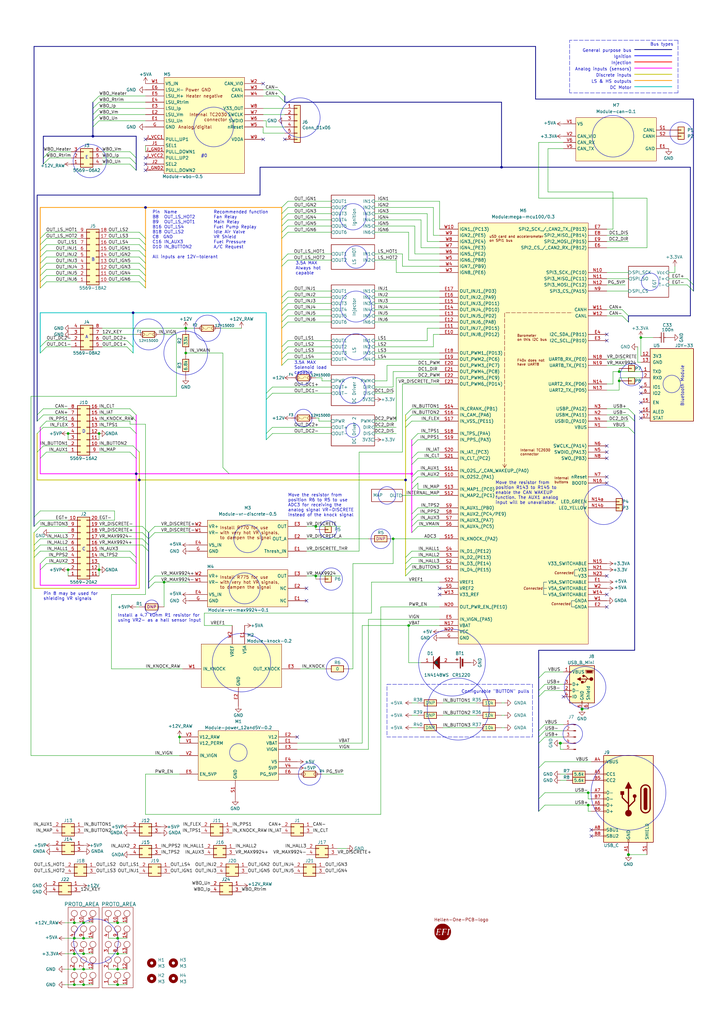
<source format=kicad_sch>
(kicad_sch (version 20231120) (generator "eeschema") (generator_version "8.0")
  (paper "A3" portrait)
  (title_block (title "UAEFI") (date "2024-08-15") (rev "D") (company "rusEFI.com") (comment 1 "https://rusefi.com/s/uaefi"))
  (junction (at 54.61 128.27))
  (junction (at 57.15 196.85))
  (junction (at 34.29 397.51))
  (junction (at 167.64 256.54))
  (junction (at 48.26 403.86))
  (junction (at 34.29 384.81))
  (junction (at 241.3 325.12))
  (junction (at 76.2 144.78))
  (junction (at 34.29 378.46))
  (junction (at 238.76 290.83) (diameter 1.016))
  (junction (at 38.1 55.88))
  (junction (at 27.94 177.8))
  (junction (at 257.81 350.52) (diameter 1.016))
  (junction (at 48.26 384.81))
  (junction (at 48.26 391.16))
  (junction (at 40.64 177.8))
  (junction (at 34.29 403.86))
  (junction (at 129.54 236.22))
  (junction (at 30.48 403.86))
  (junction (at 229.87 304.8) (diameter 1.016))
  (junction (at 262.89 138.43))
  (junction (at 67.31 238.76))
  (junction (at 168.91 194.31) (color 255 0 255 1))
  (junction (at 30.48 384.81))
  (junction (at 30.48 378.46))
  (junction (at 205.74 68.58))
  (junction (at 166.37 196.85))
  (junction (at 59.69 85.09))
  (junction (at 241.3 330.2))
  (junction (at 55.88 194.31))
  (junction (at 48.26 397.51))
  (junction (at 161.29 220.98))
  (junction (at 40.64 233.68))
  (junction (at 76.2 134.62))
  (junction (at 73.66 302.26))
  (junction (at 129.54 215.9))
  (junction (at 254 152.4))
  (junction (at 48.26 378.46))
  (junction (at 27.94 233.68))
  (junction (at 30.48 391.16))
  (junction (at 254 156.21))
  (junction (at 34.29 391.16))
  (junction (at 30.48 397.51))
  (no_connect (at 125.73 241.3))
  (no_connect (at 107.95 34.29))
  (no_connect (at 262.89 171.45))
  (no_connect (at 242.57 342.9))
  (no_connect (at 125.73 246.38))
  (no_connect (at 262.89 168.91))
  (no_connect (at 242.57 340.36))
  (no_connect (at 248.92 182.88))
  (no_connect (at 248.92 187.96))
  (no_connect (at 248.92 248.92))
  (no_connect (at 59.69 64.77))
  (no_connect (at 262.89 161.29))
  (no_connect (at 59.69 69.85))
  (no_connect (at 116.84 57.15))
  (no_connect (at 59.69 57.15))
  (no_connect (at 248.92 198.12))
  (no_connect (at 248.92 185.42))
  (no_connect (at 121.92 302.26))
  (no_connect (at 248.92 236.22))
  (no_connect (at 59.69 67.31))
  (no_connect (at 262.89 158.75))
  (no_connect (at 107.95 57.15))
  (no_connect (at 231.14 285.75))
  (no_connect (at 248.92 243.84))
  (no_connect (at 248.92 137.16))
  (no_connect (at 248.92 139.7))
  (no_connect (at 180.34 241.3))
  (no_connect (at 262.89 165.1))
  (no_connect (at 180.34 243.84))
  (no_connect (at 248.92 195.58))
  (bus_entry (at 171.45 177.8) (size -2.54 2.54))
  (bus_entry (at 114.3 36.83) (size 2.54 2.54))
  (bus_entry (at 255.27 127) (size 2.54 2.54))
  (bus_entry (at 118.11 147.32) (size -2.54 2.54))
  (bus_entry (at 19.05 172.72) (size -2.54 2.54))
  (bus_entry (at 54.61 182.88) (size 2.54 2.54))
  (bus_entry (at 19.05 100.33) (size -2.54 2.54))
  (bus_entry (at 40.64 39.37) (size -2.54 2.54))
  (bus_entry (at 223.52 325.12) (size -2.54 2.54) (stroke (width 0.1524)))
  (bus_entry (at 58.42 223.52) (size 2.54 2.54))
  (bus_entry (at 57.15 95.25) (size 2.54 2.54))
  (bus_entry (at 19.05 139.7) (size -2.54 2.54))
  (bus_entry (at 19.05 110.49) (size -2.54 2.54))
  (bus_entry (at 17.78 175.26) (size -2.54 2.54))
  (bus_entry (at 257.81 167.64) (size 2.54 2.54) (stroke (width 0.1524)))
  (bus_entry (at 168.91 172.72) (size -2.54 2.54))
  (bus_entry (at 114.3 39.37) (size 2.54 2.54))
  (bus_entry (at 171.45 187.96) (size -2.54 2.54))
  (bus_entry (at 223.52 299.72) (size -2.54 2.54))
  (bus_entry (at 16.51 213.36) (size -2.54 2.54))
  (bus_entry (at 223.52 275.59) (size -2.54 2.54))
  (bus_entry (at 223.52 283.21) (size -2.54 2.54))
  (bus_entry (at 118.11 132.08) (size -2.54 2.54))
  (bus_entry (at 111.76 177.8) (size -2.54 2.54))
  (bus_entry (at 19.05 113.03) (size -2.54 2.54))
  (bus_entry (at 168.91 231.14) (size -2.54 2.54))
  (bus_entry (at 58.42 220.98) (size 2.54 2.54))
  (bus_entry (at 168.91 228.6) (size -2.54 2.54))
  (bus_entry (at 17.78 170.18) (size -2.54 2.54))
  (bus_entry (at 19.05 185.42) (size -2.54 2.54))
  (bus_entry (at 223.52 297.18) (size -2.54 2.54))
  (bus_entry (at 118.11 142.24) (size -2.54 2.54))
  (bus_entry (at 19.05 107.95) (size -2.54 2.54))
  (bus_entry (at 40.64 44.45) (size -2.54 2.54))
  (bus_entry (at 19.05 115.57) (size -2.54 2.54))
  (bus_entry (at 57.15 113.03) (size 2.54 2.54))
  (bus_entry (at 171.45 195.58) (size -2.54 2.54))
  (bus_entry (at 118.11 127) (size -2.54 2.54))
  (bus_entry (at 57.15 110.49) (size 2.54 2.54))
  (bus_entry (at 111.76 175.26) (size -2.54 2.54))
  (bus_entry (at 16.51 226.06) (size -2.54 2.54))
  (bus_entry (at 171.45 198.12) (size -2.54 2.54))
  (bus_entry (at 171.45 210.82) (size -2.54 2.54))
  (bus_entry (at 281.94 116.84) (size 2.54 2.54))
  (bus_entry (at 118.11 92.71) (size -2.54 2.54))
  (bus_entry (at 19.05 228.6) (size -2.54 2.54))
  (bus_entry (at 171.45 185.42) (size -2.54 2.54))
  (bus_entry (at 168.91 233.68) (size -2.54 2.54))
  (bus_entry (at 53.34 185.42) (size 2.54 2.54))
  (bus_entry (at 118.11 87.63) (size -2.54 2.54))
  (bus_entry (at 17.78 167.64) (size -2.54 2.54))
  (bus_entry (at 118.11 85.09) (size -2.54 2.54))
  (bus_entry (at 40.64 41.91) (size -2.54 2.54))
  (bus_entry (at 19.05 231.14) (size -2.54 2.54))
  (bus_entry (at 19.05 95.25) (size -2.54 2.54))
  (bus_entry (at 118.11 129.54) (size -2.54 2.54))
  (bus_entry (at 118.11 104.14) (size -2.54 2.54))
  (bus_entry (at 63.5 238.76) (size -2.54 2.54))
  (bus_entry (at 63.5 218.44) (size -2.54 2.54))
  (bus_entry (at 53.34 175.26) (size 2.54 2.54))
  (bus_entry (at 57.15 100.33) (size 2.54 2.54))
  (bus_entry (at 257.81 175.26) (size 2.54 2.54) (stroke (width 0.1524)))
  (bus_entry (at 57.15 97.79) (size 2.54 2.54))
  (bus_entry (at 223.52 280.67) (size -2.54 2.54))
  (bus_entry (at 53.34 167.64) (size 2.54 2.54))
  (bus_entry (at 53.34 67.31) (size 2.54 2.54))
  (bus_entry (at 53.34 228.6) (size 2.54 2.54))
  (bus_entry (at 52.07 142.24) (size 2.54 2.54))
  (bus_entry (at 57.15 102.87) (size 2.54 2.54))
  (bus_entry (at 91.44 191.77) (size 2.54 2.54))
  (bus_entry (at 223.52 302.26) (size -2.54 2.54))
  (bus_entry (at 16.51 220.98) (size -2.54 2.54))
  (bus_entry (at 16.51 215.9) (size -2.54 2.54))
  (bus_entry (at 281.94 114.3) (size 2.54 2.54))
  (bus_entry (at 168.91 226.06) (size -2.54 2.54))
  (bus_entry (at 57.15 115.57) (size 2.54 2.54))
  (bus_entry (at 111.76 158.75) (size -2.54 2.54))
  (bus_entry (at 257.81 170.18) (size 2.54 2.54) (stroke (width 0.1524)))
  (bus_entry (at 118.11 119.38) (size -2.54 2.54))
  (bus_entry (at 168.91 170.18) (size -2.54 2.54))
  (bus_entry (at 118.11 144.78) (size -2.54 2.54))
  (bus_entry (at 53.34 170.18) (size 2.54 2.54))
  (bus_entry (at 58.42 218.44) (size 2.54 2.54))
  (bus_entry (at 118.11 106.68) (size -2.54 2.54))
  (bus_entry (at 57.15 105.41) (size 2.54 2.54))
  (bus_entry (at 118.11 139.7) (size -2.54 2.54))
  (bus_entry (at 19.05 97.79) (size -2.54 2.54))
  (bus_entry (at 118.11 95.25) (size -2.54 2.54))
  (bus_entry (at 52.07 139.7) (size 2.54 2.54))
  (bus_entry (at 171.45 208.28) (size -2.54 2.54))
  (bus_entry (at 16.51 209.55) (size -2.54 2.54))
  (bus_entry (at 118.11 82.55) (size -2.54 2.54))
  (bus_entry (at 171.45 215.9) (size -2.54 2.54))
  (bus_entry (at 17.78 182.88) (size -2.54 2.54))
  (bus_entry (at 53.34 62.23) (size 2.54 2.54))
  (bus_entry (at 223.52 330.2) (size -2.54 2.54) (stroke (width 0.1524)))
  (bus_entry (at 58.42 215.9) (size 2.54 2.54))
  (bus_entry (at 118.11 121.92) (size -2.54 2.54))
  (bus_entry (at 20.32 64.77) (size -2.54 2.54))
  (bus_entry (at 171.45 193.04) (size -2.54 2.54))
  (bus_entry (at 40.64 46.99) (size -2.54 2.54))
  (bus_entry (at 223.52 312.42) (size -2.54 2.54) (stroke (width 0.1524)))
  (bus_entry (at 171.45 213.36) (size -2.54 2.54))
  (bus_entry (at 168.91 167.64) (size -2.54 2.54))
  (bus_entry (at 63.5 215.9) (size -2.54 2.54))
  (bus_entry (at 171.45 180.34) (size -2.54 2.54))
  (bus_entry (at 40.64 49.53) (size -2.54 2.54))
  (bus_entry (at 19.05 105.41) (size -2.54 2.54))
  (bus_entry (at 53.34 226.06) (size 2.54 2.54))
  (bus_entry (at 118.11 90.17) (size -2.54 2.54))
  (bus_entry (at 255.27 129.54) (size 2.54 2.54))
  (bus_entry (at 63.5 236.22) (size -2.54 2.54))
  (bus_entry (at 118.11 124.46) (size -2.54 2.54))
  (bus_entry (at 53.34 64.77) (size 2.54 2.54))
  (bus_entry (at 57.15 107.95) (size 2.54 2.54))
  (bus_entry (at 16.51 223.52) (size -2.54 2.54))
  (bus_entry (at 19.05 142.24) (size -2.54 2.54))
  (bus_entry (at 20.32 62.23) (size -2.54 2.54))
  (bus_entry (at 111.76 161.29) (size -2.54 2.54))
  (bus_entry (at 19.05 102.87) (size -2.54 2.54))
  (wire (pts (xy 30.48 384.81) (xy 34.29 384.81)))
  (wire (pts (xy 242.57 332.74) (xy 241.3 332.74)))
  (wire (pts (xy 40.64 213.36) (xy 46.99 213.36)))
  (bus (pts (xy 55.88 177.8) (xy 55.88 187.96)) (stroke (width 0) (color 255 0 255 1)))
  (wire (pts (xy 205.74 288.29) (xy 207.01 288.29)))
  (bus (pts (xy 220.98 304.8) (xy 220.98 314.96)))
  (wire (pts (xy 44.45 97.79) (xy 57.15 97.79)))
  (wire (pts (xy 229.87 304.8) (xy 231.14 304.8)))
  (bus (pts (xy 15.24 80.01) (xy 15.24 170.18)))
  (bus (pts (xy 55.88 170.18) (xy 55.88 172.72)) (stroke (width 0) (color 255 0 255 1)))
  (wire (pts (xy 205.74 293.37) (xy 207.01 293.37)))
  (bus (pts (xy 109.22 161.29) (xy 109.22 163.83)) (stroke (width 0) (color 0 194 194 1)))
  (wire (pts (xy 29.21 64.77) (xy 20.32 64.77)))
  (wire (pts (xy 153.67 139.7) (xy 175.26 139.7)))
  (wire (pts (xy 153.67 147.32) (xy 180.34 147.32)))
  (wire (pts (xy 40.64 41.91) (xy 59.69 41.91)))
  (wire (pts (xy 111.76 158.75) (xy 135.89 158.75)))
  (wire (pts (xy 231.14 280.67) (xy 223.52 280.67)))
  (bus (pts (xy 15.24 185.42) (xy 15.24 196.85)) (stroke (width 0) (color 194 194 0 1)))
  (wire (pts (xy 41.91 67.31) (xy 53.34 67.31)))
  (wire (pts (xy 83.82 256.54) (xy 95.25 256.54)))
  (bus (pts (xy 38.1 55.88) (xy 17.78 55.88)))
  (wire (pts (xy 31.75 107.95) (xy 19.05 107.95)))
  (wire (pts (xy 153.67 119.38) (xy 180.34 119.38)))
  (wire (pts (xy 153.67 172.72) (xy 162.56 172.72)))
  (wire (pts (xy 48.26 378.46) (xy 52.07 378.46)))
  (wire (pts (xy 153.67 129.54) (xy 180.34 129.54)))
  (wire (pts (xy 41.91 62.23) (xy 53.34 62.23)))
  (wire (pts (xy 261.62 148.59) (xy 262.89 148.59)))
  (bus (pts (xy 275.59 25.4) (xy 260.35 25.4)) (stroke (width 0.3048) (color 255 0 0 1)))
  (bus (pts (xy 219.71 19.05) (xy 219.71 40.64)))
  (wire (pts (xy 132.08 154.94) (xy 132.08 156.21)))
  (wire (pts (xy 153.67 87.63) (xy 175.26 87.63)))
  (wire (pts (xy 276.86 111.76) (xy 276.86 109.22)))
  (wire (pts (xy 30.48 403.86) (xy 34.29 403.86)))
  (bus (pts (xy 16.51 85.09) (xy 16.51 97.79)) (stroke (width 0) (color 255 153 0 1)))
  (wire (pts (xy 107.95 44.45) (xy 116.84 44.45)))
  (wire (pts (xy 40.64 220.98) (xy 58.42 220.98)))
  (bus (pts (xy 109.22 177.8) (xy 109.22 180.34)) (stroke (width 0) (color 0 194 194 1)))
  (wire (pts (xy 26.67 384.81) (xy 30.48 384.81)))
  (bus (pts (xy 16.51 233.68) (xy 16.51 240.03)) (stroke (width 0) (color 255 0 255 1)))
  (wire (pts (xy 133.35 274.32) (xy 123.19 274.32)))
  (bus (pts (xy 60.96 241.3) (xy 60.96 238.76)))
  (wire (pts (xy 12.7 309.88) (xy 12.7 162.56)))
  (bus (pts (xy 275.59 33.02) (xy 260.35 33.02)) (stroke (width 0.3048) (color 255 153 0 1)))
  (wire (pts (xy 153.67 127) (xy 180.34 127)))
  (wire (pts (xy 40.64 185.42) (xy 53.34 185.42)))
  (wire (pts (xy 26.67 391.16) (xy 30.48 391.16)))
  (wire (pts (xy 242.57 325.12) (xy 241.3 325.12)))
  (wire (pts (xy 29.21 142.24) (xy 19.05 142.24)))
  (wire (pts (xy 165.1 109.22) (xy 180.34 109.22)))
  (bus (pts (xy 220.98 302.26) (xy 220.98 304.8)))
  (wire (pts (xy 180.34 82.55) (xy 180.34 93.98)))
  (bus (pts (xy 166.37 170.18) (xy 166.37 172.72)) (stroke (width 0) (color 194 194 0 1)))
  (wire (pts (xy 162.56 106.68) (xy 153.67 106.68)))
  (wire (pts (xy 142.24 347.98) (xy 138.43 347.98)))
  (bus (pts (xy 220.98 327.66) (xy 220.98 332.74)))
  (wire (pts (xy 153.67 95.25) (xy 167.64 95.25)))
  (bus (pts (xy 109.22 163.83) (xy 109.22 177.8)) (stroke (width 0) (color 0 194 194 1)))
  (wire (pts (xy 40.64 223.52) (xy 58.42 223.52)))
  (wire (pts (xy 118.11 82.55) (xy 135.89 82.55)))
  (wire (pts (xy 156.21 334.01) (xy 156.21 248.92)))
  (wire (pts (xy 181.61 293.37) (xy 195.58 293.37)))
  (bus (pts (xy 15.24 170.18) (xy 15.24 172.72)))
  (bus (pts (xy 115.57 144.78) (xy 115.57 147.32)) (stroke (width 0) (color 255 153 0 1)))
  (bus (pts (xy 168.91 210.82) (xy 168.91 213.36)) (stroke (width 0) (color 255 0 255 1)))
  (wire (pts (xy 46.99 213.36) (xy 46.99 209.55)))
  (wire (pts (xy 153.67 144.78) (xy 180.34 144.78)))
  (wire (pts (xy 83.82 251.46) (xy 83.82 256.54)))
  (wire (pts (xy 40.64 49.53) (xy 59.69 49.53)))
  (wire (pts (xy 114.3 39.37) (xy 107.95 39.37)))
  (bus (pts (xy 17.78 55.88) (xy 17.78 64.77)))
  (wire (pts (xy 255.27 127) (xy 248.92 127)))
  (wire (pts (xy 167.64 106.68) (xy 180.34 106.68)))
  (bus (pts (xy 16.51 115.57) (xy 16.51 118.11)) (stroke (width 0) (color 255 153 0 1)))
  (wire (pts (xy 45.72 274.32) (xy 45.72 243.84)))
  (bus (pts (xy 55.88 55.88) (xy 38.1 55.88)))
  (wire (pts (xy 148.59 256.54) (xy 167.64 256.54)))
  (wire (pts (xy 31.75 97.79) (xy 19.05 97.79)))
  (wire (pts (xy 274.32 116.84) (xy 281.94 116.84)))
  (wire (pts (xy 248.92 99.06) (xy 257.81 99.06)))
  (wire (pts (xy 63.5 215.9) (xy 77.47 215.9)))
  (wire (pts (xy 129.54 215.9) (xy 139.7 215.9)))
  (polyline (pts (xy 278.13 16.51) (xy 233.68 16.51)) (stroke (width 0) (type dash)))
  (wire (pts (xy 132.08 156.21) (xy 135.89 156.21)))
  (bus (pts (xy 15.24 177.8) (xy 15.24 185.42)) (stroke (width 0) (color 194 194 0 1)))
  (bus (pts (xy 13.97 212.09) (xy 13.97 19.05)))
  (wire (pts (xy 44.45 384.81) (xy 48.26 384.81)))
  (wire (pts (xy 44.45 110.49) (xy 57.15 110.49)))
  (bus (pts (xy 220.98 278.13) (xy 220.98 283.21)))
  (wire (pts (xy 171.45 177.8) (xy 180.34 177.8)))
  (wire (pts (xy 118.11 144.78) (xy 135.89 144.78)))
  (wire (pts (xy 27.94 228.6) (xy 19.05 228.6)))
  (wire (pts (xy 111.76 175.26) (xy 135.89 175.26)))
  (wire (pts (xy 31.75 105.41) (xy 19.05 105.41)))
  (wire (pts (xy 231.14 297.18) (xy 223.52 297.18)))
  (wire (pts (xy 147.32 185.42) (xy 165.1 185.42)))
  (bus (pts (xy 106.68 80.01) (xy 15.24 80.01)))
  (wire (pts (xy 31.75 115.57) (xy 19.05 115.57)))
  (wire (pts (xy 48.26 397.51) (xy 52.07 397.51)))
  (wire (pts (xy 251.46 152.4) (xy 251.46 157.48)))
  (wire (pts (xy 223.52 275.59) (xy 231.14 275.59)))
  (wire (pts (xy 254 151.13) (xy 254 152.4)))
  (wire (pts (xy 242.57 327.66) (xy 241.3 327.66)))
  (wire (pts (xy 118.11 92.71) (xy 135.89 92.71)))
  (wire (pts (xy 41.91 139.7) (xy 52.07 139.7)))
  (wire (pts (xy 59.69 173.99) (xy 59.69 243.84)))
  (wire (pts (xy 168.91 167.64) (xy 180.34 167.64)))
  (bus (pts (xy 115.57 142.24) (xy 115.57 144.78)) (stroke (width 0) (color 255 153 0 1)))
  (wire (pts (xy 254 154.94) (xy 254 156.21)))
  (wire (pts (xy 129.54 236.22) (xy 139.7 236.22)))
  (wire (pts (xy 118.11 90.17) (xy 135.89 90.17)))
  (bus (pts (xy 205.74 68.58) (xy 106.68 68.58)))
  (wire (pts (xy 220.98 81.28) (xy 220.98 58.42)))
  (bus (pts (xy 115.57 85.09) (xy 115.57 87.63)) (stroke (width 0) (color 255 153 0 1)))
  (wire (pts (xy 251.46 93.98) (xy 251.46 78.74)))
  (wire (pts (xy 40.64 170.18) (xy 53.34 170.18)))
  (wire (pts (xy 76.2 134.62) (xy 80.01 134.62)))
  (wire (pts (xy 44.45 113.03) (xy 57.15 113.03)))
  (bus (pts (xy 59.69 97.79) (xy 59.69 100.33)) (stroke (width 0) (color 255 153 0 1)))
  (bus (pts (xy 166.37 233.68) (xy 166.37 236.22)) (stroke (width 0) (color 194 194 0 1)))
  (wire (pts (xy 171.45 210.82) (xy 180.34 210.82)))
  (wire (pts (xy 241.3 290.83) (xy 238.76 290.83)))
  (wire (pts (xy 27.94 233.68) (xy 27.94 236.22)))
  (wire (pts (xy 129.54 171.45) (xy 130.81 171.45)))
  (bus (pts (xy 220.98 283.21) (xy 220.98 285.75)))
  (bus (pts (xy 59.69 85.09) (xy 59.69 97.79)) (stroke (width 0) (color 255 153 0 1)))
  (wire (pts (xy 251.46 152.4) (xy 254 152.4)))
  (bus (pts (xy 59.69 110.49) (xy 59.69 113.03)) (stroke (width 0) (color 255 153 0 1)))
  (wire (pts (xy 172.72 101.6) (xy 180.34 101.6)))
  (bus (pts (xy 115.57 90.17) (xy 115.57 92.71)) (stroke (width 0) (color 255 153 0 1)))
  (bus (pts (xy 60.96 238.76) (xy 60.96 226.06)))
  (wire (pts (xy 248.92 111.76) (xy 257.81 111.76)))
  (wire (pts (xy 44.45 105.41) (xy 57.15 105.41)))
  (bus (pts (xy 115.57 92.71) (xy 115.57 95.25)) (stroke (width 0) (color 255 153 0 1)))
  (bus (pts (xy 260.35 266.7) (xy 260.35 177.8)))
  (wire (pts (xy 34.29 397.51) (xy 38.1 397.51)))
  (bus (pts (xy 38.1 49.53) (xy 38.1 52.07)))
  (polyline (pts (xy 278.13 38.1) (xy 233.68 38.1)) (stroke (width 0) (type dash)))
  (wire (pts (xy 248.92 170.18) (xy 257.81 170.18)))
  (wire (pts (xy 153.67 124.46) (xy 180.34 124.46)))
  (bus (pts (xy 220.98 266.7) (xy 260.35 266.7)))
  (wire (pts (xy 254 156.21) (xy 254 160.02)))
  (wire (pts (xy 231.14 307.34) (xy 229.87 307.34)))
  (wire (pts (xy 248.92 96.52) (xy 257.81 96.52)))
  (bus (pts (xy 59.69 107.95) (xy 59.69 110.49)) (stroke (width 0) (color 255 153 0 1)))
  (wire (pts (xy 72.39 162.56) (xy 72.39 137.16)))
  (bus (pts (xy 115.57 106.68) (xy 115.57 109.22)) (stroke (width 0) (color 255 153 0 1)))
  (bus (pts (xy 16.51 231.14) (xy 16.51 233.68)) (stroke (width 0) (color 255 0 255 1)))
  (wire (pts (xy 248.92 160.02) (xy 254 160.02)))
  (wire (pts (xy 40.64 177.8) (xy 40.64 180.34)))
  (bus (pts (xy 168.91 198.12) (xy 168.91 200.66)) (stroke (width 0) (color 255 0 255 1)))
  (bus (pts (xy 13.97 223.52) (xy 13.97 226.06)) (stroke (width 0) (color 194 194 0 1)))
  (bus (pts (xy 115.57 127) (xy 115.57 129.54)) (stroke (width 0) (color 255 153 0 1)))
  (wire (pts (xy 177.8 137.16) (xy 180.34 137.16)))
  (bus (pts (xy 16.51 100.33) (xy 16.51 102.87)) (stroke (width 0) (color 255 153 0 1)))
  (wire (pts (xy 40.64 218.44) (xy 58.42 218.44)))
  (wire (pts (xy 76.2 144.78) (xy 91.44 144.78)))
  (wire (pts (xy 44.45 403.86) (xy 48.26 403.86)))
  (wire (pts (xy 255.27 129.54) (xy 248.92 129.54)))
  (wire (pts (xy 63.5 236.22) (xy 77.47 236.22)))
  (bus (pts (xy 275.59 35.56) (xy 260.35 35.56)) (stroke (width 0.3048) (color 0 194 194 1)))
  (wire (pts (xy 256.54 116.84) (xy 248.92 116.84)))
  (wire (pts (xy 63.5 218.44) (xy 77.47 218.44)))
  (bus (pts (xy 283.21 68.58) (xy 205.74 68.58)))
  (bus (pts (xy 13.97 19.05) (xy 219.71 19.05)))
  (wire (pts (xy 168.91 228.6) (xy 180.34 228.6)))
  (bus (pts (xy 168.91 182.88) (xy 168.91 187.96)) (stroke (width 0) (color 255 0 255 1)))
  (bus (pts (xy 275.59 20.32) (xy 260.35 20.32)))
  (bus (pts (xy 93.98 194.31) (xy 168.91 194.31)) (stroke (width 0) (color 255 0 255 1)))
  (wire (pts (xy 107.95 49.53) (xy 109.22 49.53)))
  (wire (pts (xy 27.94 170.18) (xy 17.78 170.18)))
  (wire (pts (xy 171.45 200.66) (xy 171.45 198.12)))
  (wire (pts (xy 118.11 106.68) (xy 135.89 106.68)))
  (wire (pts (xy 129.54 236.22) (xy 129.54 237.49)))
  (polyline (pts (xy 233.68 38.1) (xy 233.68 16.51)) (stroke (width 0) (type dash)))
  (wire (pts (xy 170.18 92.71) (xy 170.18 104.14)))
  (bus (pts (xy 55.88 55.88) (xy 55.88 64.77)))
  (wire (pts (xy 31.75 95.25) (xy 19.05 95.25)))
  (wire (pts (xy 48.26 391.16) (xy 52.07 391.16)))
  (bus (pts (xy 16.51 107.95) (xy 16.51 110.49)) (stroke (width 0) (color 255 153 0 1)))
  (bus (pts (xy 168.91 195.58) (xy 168.91 198.12)) (stroke (width 0) (color 255 0 255 1)))
  (bus (pts (xy 16.51 113.03) (xy 16.51 115.57)) (stroke (width 0) (color 255 153 0 1)))
  (wire (pts (xy 161.29 152.4) (xy 180.34 152.4)))
  (bus (pts (xy 13.97 226.06) (xy 13.97 228.6)) (stroke (width 0) (color 194 194 0 1)))
  (wire (pts (xy 41.91 137.16) (xy 55.88 137.16)))
  (wire (pts (xy 153.67 121.92) (xy 180.34 121.92)))
  (bus (pts (xy 168.91 194.31) (xy 168.91 195.58)) (stroke (width 0) (color 255 0 255 1)))
  (wire (pts (xy 111.76 177.8) (xy 135.89 177.8)))
  (bus (pts (xy 59.69 113.03) (xy 59.69 115.57)) (stroke (width 0) (color 255 153 0 1)))
  (wire (pts (xy 118.11 127) (xy 135.89 127)))
  (wire (pts (xy 31.75 113.03) (xy 19.05 113.03)))
  (wire (pts (xy 44.45 102.87) (xy 57.15 102.87)))
  (bus (pts (xy 260.35 170.18) (xy 260.35 172.72)))
  (wire (pts (xy 129.54 154.94) (xy 132.08 154.94)))
  (wire (pts (xy 175.26 134.62) (xy 180.34 134.62)))
  (bus (pts (xy 55.88 240.03) (xy 16.51 240.03)) (stroke (width 0) (color 255 0 255 1)))
  (bus (pts (xy 166.37 196.85) (xy 166.37 228.6)) (stroke (width 0) (color 194 194 0 1)))
  (wire (pts (xy 274.32 114.3) (xy 281.94 114.3)))
  (wire (pts (xy 161.29 220.98) (xy 180.34 220.98)))
  (wire (pts (xy 229.87 317.5) (xy 232.41 317.5)))
  (wire (pts (xy 223.52 312.42) (xy 242.57 312.42)))
  (wire (pts (xy 265.43 101.6) (xy 265.43 81.28)))
  (wire (pts (xy 248.92 101.6) (xy 265.43 101.6)))
  (wire (pts (xy 265.43 350.52) (xy 257.81 350.52)))
  (wire (pts (xy 30.48 378.46) (xy 34.29 378.46)))
  (wire (pts (xy 29.21 62.23) (xy 20.32 62.23)))
  (wire (pts (xy 118.11 85.09) (xy 135.89 85.09)))
  (bus (pts (xy 106.68 68.58) (xy 106.68 80.01)))
  (bus (pts (xy 16.51 187.96) (xy 16.51 194.31)) (stroke (width 0) (color 255 0 255 1)))
  (bus (pts (xy 59.69 102.87) (xy 59.69 105.41)) (stroke (width 0) (color 255 153 0 1)))
  (wire (pts (xy 27.94 215.9) (xy 16.51 215.9)))
  (wire (pts (xy 162.56 111.76) (xy 162.56 106.68)))
  (wire (pts (xy 125.73 226.06) (xy 147.32 226.06)))
  (wire (pts (xy 12.7 162.56) (xy 72.39 162.56)))
  (bus (pts (xy 55.88 231.14) (xy 55.88 240.03)) (stroke (width 0) (color 255 0 255 1)))
  (wire (pts (xy 59.69 317.5) (xy 73.66 317.5)))
  (wire (pts (xy 248.92 172.72) (xy 257.81 172.72)))
  (wire (pts (xy 48.26 384.81) (xy 52.07 384.81)))
  (wire (pts (xy 172.72 90.17) (xy 172.72 101.6)))
  (wire (pts (xy 158.75 149.86) (xy 180.34 149.86)))
  (bus (pts (xy 168.91 200.66) (xy 168.91 210.82)) (stroke (width 0) (color 255 0 255 1)))
  (wire (pts (xy 267.97 138.43) (xy 262.89 138.43)))
  (wire (pts (xy 153.67 85.09) (xy 177.8 85.09)))
  (wire (pts (xy 118.11 142.24) (xy 135.89 142.24)))
  (bus (pts (xy 168.91 180.34) (xy 168.91 182.88)) (stroke (width 0) (color 255 0 255 1)))
  (wire (pts (xy 44.45 115.57) (xy 57.15 115.57)))
  (bus (pts (xy 13.97 215.9) (xy 13.97 212.09)))
  (wire (pts (xy 144.78 231.14) (xy 161.29 231.14)))
  (wire (pts (xy 45.72 274.32) (xy 74.93 274.32)))
  (wire (pts (xy 53.34 173.99) (xy 59.69 173.99)))
  (wire (pts (xy 44.45 95.25) (xy 57.15 95.25)))
  (wire (pts (xy 118.11 124.46) (xy 135.89 124.46)))
  (wire (pts (xy 156.21 248.92) (xy 180.34 248.92)))
  (wire (pts (xy 165.1 157.48) (xy 180.34 157.48)))
  (wire (pts (xy 143.51 274.32) (xy 144.78 274.32)))
  (wire (pts (xy 162.56 172.72) (xy 162.56 154.94)))
  (wire (pts (xy 147.32 226.06) (xy 147.32 185.42)))
  (wire (pts (xy 165.1 203.2) (xy 180.34 203.2)))
  (bus (pts (xy 260.35 172.72) (xy 260.35 177.8)))
  (wire (pts (xy 171.45 193.04) (xy 180.34 193.04)))
  (wire (pts (xy 161.29 231.14) (xy 161.29 220.98)))
  (wire (pts (xy 229.87 320.04) (xy 232.41 320.04)))
  (bus (pts (xy 60.96 223.52) (xy 60.96 226.06)))
  (wire (pts (xy 53.34 172.72) (xy 53.34 173.99)))
  (bus (pts (xy 59.69 115.57) (xy 59.69 118.11)) (stroke (width 0) (color 255 153 0 1)))
  (wire (pts (xy 168.91 293.37) (xy 171.45 293.37)))
  (wire (pts (xy 17.78 182.88) (xy 27.94 182.88)))
  (bus (pts (xy 220.98 285.75) (xy 220.98 299.72)))
  (wire (pts (xy 153.67 175.26) (xy 162.56 175.26)))
  (bus (pts (xy 54.61 142.24) (xy 54.61 144.78)) (stroke (width 0) (color 0 194 194 1)))
  (wire (pts (xy 40.64 46.99) (xy 59.69 46.99)))
  (wire (pts (xy 40.64 182.88) (xy 54.61 182.88)))
  (wire (pts (xy 59.69 334.01) (xy 156.21 334.01)))
  (bus (pts (xy 60.96 220.98) (xy 60.96 223.52)))
  (wire (pts (xy 132.08 317.5) (xy 140.97 317.5)))
  (bus (pts (xy 13.97 218.44) (xy 13.97 223.52)) (stroke (width 0) (color 194 194 0 1)))
  (wire (pts (xy 34.29 391.16) (xy 38.1 391.16)))
  (bus (pts (xy 55.88 194.31) (xy 93.98 194.31)) (stroke (width 0) (color 255 0 255 1)))
  (wire (pts (xy 129.54 215.9) (xy 129.54 217.17)))
  (bus (pts (xy 284.48 40.64) (xy 284.48 116.84)))
  (wire (pts (xy 40.64 167.64) (xy 53.34 167.64)))
  (bus (pts (xy 55.88 194.31) (xy 55.88 228.6)) (stroke (width 0) (color 255 0 255 1)))
  (bus (pts (xy 115.57 124.46) (xy 115.57 127)) (stroke (width 0) (color 255 153 0 1)))
  (wire (pts (xy 114.3 36.83) (xy 107.95 36.83)))
  (wire (pts (xy 153.67 104.14) (xy 165.1 104.14)))
  (wire (pts (xy 27.94 226.06) (xy 16.51 226.06)))
  (bus (pts (xy 115.57 85.09) (xy 59.69 85.09)) (stroke (width 0) (color 255 153 0 1)))
  (wire (pts (xy 130.81 172.72) (xy 135.89 172.72)))
  (wire (pts (xy 153.67 142.24) (xy 177.8 142.24)))
  (wire (pts (xy 175.26 99.06) (xy 180.34 99.06)))
  (wire (pts (xy 118.11 95.25) (xy 135.89 95.25)))
  (bus (pts (xy 115.57 87.63) (xy 115.57 90.17)) (stroke (width 0) (color 255 153 0 1)))
  (wire (pts (xy 118.11 139.7) (xy 135.89 139.7)))
  (bus (pts (xy 16.51 105.41) (xy 16.51 107.95)) (stroke (width 0) (color 255 153 0 1)))
  (wire (pts (xy 40.64 39.37) (xy 59.69 39.37)))
  (wire (pts (xy 231.14 302.26) (xy 223.52 302.26)))
  (wire (pts (xy 34.29 403.86) (xy 38.1 403.86)))
  (bus (pts (xy 168.91 187.96) (xy 168.91 190.5)) (stroke (width 0) (color 255 0 255 1)))
  (wire (pts (xy 152.4 238.76) (xy 180.34 238.76)))
  (bus (pts (xy 16.51 110.49) (xy 16.51 113.03)) (stroke (width 0) (color 255 153 0 1)))
  (wire (pts (xy 220.98 58.42) (xy 231.14 58.42)))
  (bus (pts (xy 284.48 116.84) (xy 284.48 119.38)))
  (wire (pts (xy 262.89 138.43) (xy 262.89 146.05)))
  (wire (pts (xy 151.13 254) (xy 180.34 254)))
  (wire (pts (xy 31.75 110.49) (xy 19.05 110.49)))
  (polyline (pts (xy 278.13 16.51) (xy 278.13 38.1)) (stroke (width 0) (type dash)))
  (wire (pts (xy 44.45 378.46) (xy 48.26 378.46)))
  (bus (pts (xy 38.1 46.99) (xy 38.1 49.53)))
  (wire (pts (xy 121.92 304.8) (xy 148.59 304.8)))
  (bus (pts (xy 55.88 64.77) (xy 55.88 67.31)))
  (bus (pts (xy 16.51 194.31) (xy 55.88 194.31)) (stroke (width 0) (color 255 0 255 1)))
  (wire (pts (xy 26.67 378.46) (xy 30.48 378.46)))
  (wire (pts (xy 248.92 119.38) (xy 257.81 119.38)))
  (wire (pts (xy 40.64 172.72) (xy 53.34 172.72)))
  (wire (pts (xy 175.26 139.7) (xy 175.26 134.62)))
  (wire (pts (xy 224.79 78.74) (xy 224.79 60.96)))
  (bus (pts (xy 38.1 52.07) (xy 38.1 55.88)))
  (wire (pts (xy 48.26 403.86) (xy 52.07 403.86)))
  (wire (pts (xy 167.64 256.54) (xy 167.64 271.78)))
  (wire (pts (xy 251.46 78.74) (xy 224.79 78.74)))
  (wire (pts (xy 118.11 87.63) (xy 135.89 87.63)))
  (bus (pts (xy 219.71 40.64) (xy 284.48 40.64)))
  (wire (pts (xy 41.91 64.77) (xy 53.34 64.77)))
  (wire (pts (xy 153.67 90.17) (xy 172.72 90.17)))
  (wire (pts (xy 171.45 185.42) (xy 180.34 185.42)))
  (wire (pts (xy 161.29 158.75) (xy 161.29 152.4)))
  (wire (pts (xy 151.13 307.34) (xy 151.13 254)))
  (wire (pts (xy 153.67 92.71) (xy 170.18 92.71)))
  (wire (pts (xy 241.3 327.66) (xy 241.3 325.12)))
  (wire (pts (xy 168.91 226.06) (xy 180.34 226.06)))
  (wire (pts (xy 153.67 156.21) (xy 158.75 156.21)))
  (wire (pts (xy 165.1 185.42) (xy 165.1 157.48)))
  (bus (pts (xy 115.57 121.92) (xy 115.57 124.46)) (stroke (width 0) (color 255 153 0 1)))
  (wire (pts (xy 265.43 81.28) (xy 220.98 81.28)))
  (bus (pts (xy 115.57 134.62) (xy 115.57 142.24)) (stroke (width 0) (color 255 153 0 1)))
  (wire (pts (xy 27.94 185.42) (xy 19.05 185.42)))
  (bus (pts (xy 166.37 172.72) (xy 166.37 175.26)) (stroke (width 0) (color 194 194 0 1)))
  (wire (pts (xy 59.69 59.69) (xy 59.69 62.23)))
  (wire (pts (xy 251.46 157.48) (xy 248.92 157.48)))
  (wire (pts (xy 67.31 238.76) (xy 77.47 238.76)))
  (bus (pts (xy 275.59 22.86) (xy 260.35 22.86)) (stroke (width 0.3048) (color 0 0 255 1)))
  (bus (pts (xy 16.51 142.24) (xy 16.51 128.27)) (stroke (width 0) (color 0 194 194 1)))
  (wire (pts (xy 26.67 403.86) (xy 30.48 403.86)))
  (wire (pts (xy 66.04 137.16) (xy 72.39 137.16)))
  (wire (pts (xy 107.95 46.99) (xy 116.84 46.99)))
  (wire (pts (xy 248.92 149.86) (xy 256.54 149.86)))
  (bus (pts (xy 257.81 132.08) (xy 257.81 129.54)))
  (wire (pts (xy 16.51 209.55) (xy 46.99 209.55)))
  (bus (pts (xy 59.69 105.41) (xy 59.69 107.95)) (stroke (width 0) (color 255 153 0 1)))
  (wire (pts (xy 171.45 208.28) (xy 180.34 208.28)))
  (bus (pts (xy 168.91 213.36) (xy 168.91 215.9)) (stroke (width 0) (color 255 0 255 1)))
  (wire (pts (xy 59.69 334.01) (xy 59.69 317.5)))
  (wire (pts (xy 248.92 175.26) (xy 257.81 175.26)))
  (wire (pts (xy 171.45 187.96) (xy 180.34 187.96)))
  (wire (pts (xy 241.3 325.12) (xy 223.52 325.12)))
  (bus (pts (xy 116.84 41.91) (xy 205.74 41.91)))
  (bus (pts (xy 16.51 97.79) (xy 16.51 100.33)) (stroke (width 0) (color 255 153 0 1)))
  (bus (pts (xy 54.61 128.27) (xy 109.22 128.27)) (stroke (width 0) (color 0 194 194 1)))
  (wire (pts (xy 44.45 397.51) (xy 48.26 397.51)))
  (wire (pts (xy 231.14 299.72) (xy 223.52 299.72)))
  (wire (pts (xy 118.11 132.08) (xy 135.89 132.08)))
  (wire (pts (xy 20.32 218.44) (xy 27.94 218.44)))
  (wire (pts (xy 153.67 82.55) (xy 180.34 82.55)))
  (wire (pts (xy 170.18 104.14) (xy 180.34 104.14)))
  (bus (pts (xy 168.91 190.5) (xy 168.91 194.31)) (stroke (width 0) (color 255 0 255 1)))
  (wire (pts (xy 31.75 102.87) (xy 19.05 102.87)))
  (wire (pts (xy 40.64 228.6) (xy 53.34 228.6)))
  (wire (pts (xy 241.3 332.74) (xy 241.3 330.2)))
  (wire (pts (xy 180.34 111.76) (xy 162.56 111.76)))
  (wire (pts (xy 241.3 330.2) (xy 223.52 330.2)))
  (bus (pts (xy 59.69 100.33) (xy 59.69 102.87)) (stroke (width 0) (color 255 153 0 1)))
  (bus (pts (xy 115.57 147.32) (xy 115.57 149.86)) (stroke (width 0) (color 255 153 0 1)))
  (bus (pts (xy 16.51 102.87) (xy 16.51 105.41)) (stroke (width 0) (color 255 153 0 1)))
  (wire (pts (xy 167.64 271.78) (xy 172.72 271.78)))
  (bus (pts (xy 57.15 185.42) (xy 57.15 196.85)) (stroke (width 0) (color 194 194 0 1)))
  (wire (pts (xy 44.45 107.95) (xy 57.15 107.95)))
  (wire (pts (xy 148.59 304.8) (xy 148.59 256.54)))
  (wire (pts (xy 41.91 142.24) (xy 52.07 142.24)))
  (wire (pts (xy 27.94 213.36) (xy 16.51 213.36)))
  (bus (pts (xy 116.84 39.37) (xy 116.84 41.91)))
  (bus (pts (xy 55.88 228.6) (xy 55.88 231.14)) (stroke (width 0) (color 255 0 255 1)))
  (wire (pts (xy 29.21 139.7) (xy 19.05 139.7)))
  (bus (pts (xy 205.74 41.91) (xy 205.74 68.58)))
  (wire (pts (xy 152.4 251.46) (xy 83.82 251.46)))
  (wire (pts (xy 30.48 397.51) (xy 34.29 397.51)))
  (wire (pts (xy 118.11 119.38) (xy 135.89 119.38)))
  (wire (pts (xy 125.73 236.22) (xy 129.54 236.22)))
  (wire (pts (xy 254 152.4) (xy 262.89 152.4)))
  (wire (pts (xy 41.91 134.62) (xy 76.2 134.62)))
  (wire (pts (xy 144.78 274.32) (xy 144.78 231.14)))
  (bus (pts (xy 220.98 299.72) (xy 220.98 302.26)))
  (wire (pts (xy 175.26 87.63) (xy 175.26 99.06)))
  (wire (pts (xy 34.29 378.46) (xy 38.1 378.46)))
  (wire (pts (xy 27.94 177.8) (xy 27.94 180.34)))
  (wire (pts (xy 167.64 95.25) (xy 167.64 106.68)))
  (wire (pts (xy 44.45 100.33) (xy 57.15 100.33)))
  (wire (pts (xy 90.17 134.62) (xy 99.06 134.62)))
  (wire (pts (xy 118.11 147.32) (xy 135.89 147.32)))
  (wire (pts (xy 180.34 200.66) (xy 171.45 200.66)))
  (wire (pts (xy 73.66 302.26) (xy 73.66 304.8)))
  (bus (pts (xy 55.88 172.72) (xy 55.88 177.8)) (stroke (width 0) (color 255 0 255 1)))
  (wire (pts (xy 168.91 233.68) (xy 180.34 233.68)))
  (bus (pts (xy 166.37 228.6) (xy 166.37 231.14)) (stroke (width 0) (color 194 194 0 1)))
  (wire (pts (xy 167.64 256.54) (xy 180.34 256.54)))
  (wire (pts (xy 121.92 307.34) (xy 151.13 307.34)))
  (bus (pts (xy 54.61 128.27) (xy 54.61 142.24)) (stroke (width 0) (color 0 194 194 1)))
  (bus (pts (xy 115.57 95.25) (xy 115.57 97.79)) (stroke (width 0) (color 255 153 0 1)))
  (wire (pts (xy 27.94 231.14) (xy 19.05 231.14)))
  (wire (pts (xy 229.87 307.34) (xy 229.87 304.8)))
  (wire (pts (xy 168.91 288.29) (xy 171.45 288.29)))
  (wire (pts (xy 125.73 220.98) (xy 151.13 220.98)))
  (wire (pts (xy 67.31 238.76) (xy 67.31 248.92)))
  (wire (pts (xy 168.91 298.45) (xy 171.45 298.45)))
  (wire (pts (xy 125.73 215.9) (xy 129.54 215.9)))
  (wire (pts (xy 111.76 161.29) (xy 135.89 161.29)))
  (bus (pts (xy 16.51 128.27) (xy 54.61 128.27)) (stroke (width 0) (color 0 194 194 1)))
  (wire (pts (xy 171.45 195.58) (xy 180.34 195.58)))
  (bus (pts (xy 57.15 196.85) (xy 57.15 241.3)) (stroke (width 0) (color 194 194 0 1)))
  (bus (pts (xy 115.57 132.08) (xy 115.57 134.62)) (stroke (width 0) (color 255 153 0 1)))
  (wire (pts (xy 40.64 226.06) (xy 53.34 226.06)))
  (wire (pts (xy 118.11 129.54) (xy 135.89 129.54)))
  (wire (pts (xy 168.91 170.18) (xy 180.34 170.18)))
  (wire (pts (xy 30.48 391.16) (xy 34.29 391.16)))
  (wire (pts (xy 130.81 171.45) (xy 130.81 172.72)))
  (wire (pts (xy 55.88 248.92) (xy 57.15 248.92)))
  (wire (pts (xy 158.75 156.21) (xy 158.75 149.86)))
  (bus (pts (xy 16.51 175.26) (xy 16.51 187.96)) (stroke (width 0) (color 255 0 255 1)))
  (bus (pts (xy 59.69 85.09) (xy 16.51 85.09)) (stroke (width 0) (color 255 153 0 1)))
  (bus (pts (xy 275.59 27.94) (xy 260.35 27.94)) (stroke (width 0.3048) (color 255 0 255 1)))
  (bus (pts (xy 16.51 144.78) (xy 16.51 142.24)) (stroke (width 0) (color 0 194 194 1)))
  (bus (pts (xy 168.91 215.9) (xy 168.91 218.44)) (stroke (width 0) (color 255 0 255 1)))
  (wire (pts (xy 153.67 158.75) (xy 161.29 158.75)))
  (wire (pts (xy 109.22 49.53) (xy 109.22 52.07)))
  (bus (pts (xy 275.59 30.48) (xy 260.35 30.48)) (stroke (width 0.3048) (color 194 194 0 1)))
  (bus (pts (xy 115.57 129.54) (xy 115.57 132.08)) (stroke (width 0) (color 255 153 0 1)))
  (wire (pts (xy 224.79 60.96) (xy 231.14 60.96)))
  (wire (pts (xy 153.67 132.08) (xy 180.34 132.08)))
  (wire (pts (xy 26.67 397.51) (xy 30.48 397.51)))
  (wire (pts (xy 205.74 298.45) (xy 207.01 298.45)))
  (bus (pts (xy 115.57 97.79) (xy 115.57 106.68)) (stroke (width 0) (color 255 153 0 1)))
  (wire (pts (xy 171.45 180.34) (xy 180.34 180.34)))
  (wire (pts (xy 231.14 283.21) (xy 223.52 283.21)))
  (wire (pts (xy 109.22 52.07) (xy 116.84 52.07)))
  (wire (pts (xy 153.67 177.8) (xy 162.56 177.8)))
  (bus (pts (xy 220.98 314.96) (xy 220.98 327.66)))
  (wire (pts (xy 261.62 142.24) (xy 261.62 148.59)))
  (wire (pts (xy 12.7 309.88) (xy 73.66 309.88)))
  (wire (pts (xy 118.11 104.14) (xy 135.89 104.14)))
  (wire (pts (xy 40.64 231.14) (xy 40.64 233.68)))
  (bus (pts (xy 38.1 41.91) (xy 38.1 44.45)))
  (wire (pts (xy 168.91 231.14) (xy 180.34 231.14)))
  (bus (pts (xy 115.57 109.22) (xy 115.57 121.92)) (stroke (width 0) (color 255 153 0 1)))
  (bus (pts (xy 55.88 67.31) (xy 55.88 69.85)))
  (wire (pts (xy 118.11 121.92) (xy 135.89 121.92)))
  (wire (pts (xy 177.8 142.24) (xy 177.8 137.16)))
  (wire (pts (xy 274.32 111.76) (xy 276.86 111.76)))
  (wire (pts (xy 248.92 147.32) (xy 256.54 147.32)))
  (wire (pts (xy 242.57 330.2) (xy 241.3 330.2)))
  (wire (pts (xy 31.75 100.33) (xy 19.05 100.33)))
  (wire (pts (xy 248.92 93.98) (xy 251.46 93.98)))
  (wire (pts (xy 162.56 154.94) (xy 180.34 154.94)))
  (wire (pts (xy 254 154.94) (xy 262.89 154.94)))
  (bus (pts (xy 55.88 187.96) (xy 55.88 194.31)) (stroke (width 0) (color 255 0 255 1)))
  (wire (pts (xy 107.95 54.61) (xy 116.84 54.61)))
  (bus (pts (xy 57.15 241.3) (xy 13.97 241.3)) (stroke (width 0) (color 194 194 0 1)))
  (wire (pts (xy 34.29 384.81) (xy 38.1 384.81)))
  (wire (pts (xy 165.1 104.14) (xy 165.1 109.22)))
  (wire (pts (xy 40.64 233.68) (xy 40.64 236.22)))
  (wire (pts (xy 177.8 96.52) (xy 180.34 96.52)))
  (wire (pts (xy 27.94 167.64) (xy 17.78 167.64)))
  (wire (pts (xy 171.45 215.9) (xy 180.34 215.9)))
  (bus (pts (xy 38.1 44.45) (xy 38.1 46.99)))
  (wire (pts (xy 248.92 114.3) (xy 257.81 114.3)))
  (wire (pts (xy 44.45 391.16) (xy 48.26 391.16)))
  (bus (pts (xy 166.37 196.85) (xy 57.15 196.85)) (stroke (width 0) (color 194 194 0 1)))
  (wire (pts (xy 152.4 238.76) (xy 152.4 251.46)))
  (bus (pts (xy 166.37 175.26) (xy 166.37 196.85)) (stroke (width 0) (color 194 194 0 1)))
  (wire (pts (xy 27.94 223.52) (xy 16.51 223.52)))
  (wire (pts (xy 17.78 175.26) (xy 27.94 175.26)))
  (wire (pts (xy 45.72 243.84) (xy 59.69 243.84)))
  (bus (pts (xy 109.22 128.27) (xy 109.22 161.29)) (stroke (width 0) (color 0 194 194 1)))
  (bus (pts (xy 17.78 64.77) (xy 17.78 67.31)))
  (wire (pts (xy 27.94 220.98) (xy 16.51 220.98)))
  (bus (pts (xy 166.37 231.14) (xy 166.37 233.68)) (stroke (width 0) (color 194 194 0 1)))
  (wire (pts (xy 248.92 167.64) (xy 257.81 167.64)))
  (bus (pts (xy 283.21 129.54) (xy 283.21 68.58)))
  (bus (pts (xy 220.98 266.7) (xy 220.98 278.13)))
  (wire (pts (xy 181.61 298.45) (xy 195.58 298.45)))
  (wire (pts (xy 27.94 172.72) (xy 19.05 172.72)))
  (wire (pts (xy 91.44 144.78) (xy 91.44 191.77)))
  (wire (pts (xy 63.5 238.76) (xy 67.31 238.76)))
  (wire (pts (xy 40.64 175.26) (xy 53.34 175.26)))
  (wire (pts (xy 171.45 213.36) (xy 180.34 213.36)))
  (wire (pts (xy 153.67 161.29) (xy 161.29 161.29)))
  (bus (pts (xy 15.24 196.85) (xy 57.15 196.85)) (stroke (width 0) (color 194 194 0 1)))
  (bus (pts (xy 60.96 218.44) (xy 60.96 220.98)))
  (wire (pts (xy 107.95 52.07) (xy 107.95 54.61)))
  (wire (pts (xy 177.8 85.09) (xy 177.8 96.52)))
  (wire (pts (xy 181.61 288.29) (xy 195.58 288.29)))
  (bus (pts (xy 13.97 228.6) (xy 13.97 241.3)) (stroke (width 0) (color 194 194 0 1)))
  (wire (pts (xy 40.64 215.9) (xy 58.42 215.9)))
  (wire (pts (xy 40.64 44.45) (xy 59.69 44.45)))
  (bus (pts (xy 257.81 129.54) (xy 283.21 129.54)))
  (wire (pts (xy 168.91 172.72) (xy 180.34 172.72)))
  (circle (center 247.65 207.01) (radius 8.132))
  (circle (center 257.81 325.12) (radius 15.3455))
  (circle (center 39.37 386.08) (radius 9.1581))
  (circle (center 158.75 203.2) (radius 3.5921))
  (circle (center 259.08 153.67) (radius 4.5791))
  (circle (center 62.23 248.92) (radius 2.8398))
  (circle (center 135.89 237.49) (radius 4.5791))
  (circle (center 146.05 125.73) (radius 6.35))
  (rectangle (start 158.75 280.67) (end 218.44 302.26) (stroke (width 0) (type dash)))
  (circle (center 234.95 300.99) (radius 4.0161))
  (circle (center 127 317.5) (radius 4.5791))
  (circle (center 156.21 220.98) (radius 4.0161))
  (circle (center 36.83 66.04) (radius 6.8392))
  (circle (center 185.42 271.78) (radius 13.6783))
  (circle (center 146.05 142.24) (radius 5.3882))
  (circle (center 187.96 290.83) (radius 12.7))
  (circle (center 144.78 160.02) (radius 5.3882))
  (circle (center 146.05 105.41) (radius 4.5791))
  (circle (center 124.46 154.94) (radius 2.8398))
  (circle (center 87.63 52.07) (radius 8.132))
  (circle (center 99.06 271.78) (radius 11.9812))
  (circle (center 144.78 88.9) (radius 5.3882))
  (circle (center 85.09 134.62) (radius 5.3882))
  (circle (center 266.7 115.57) (radius 3.5921))
  (circle (center 138.43 274.32) (radius 4.5791))
  (circle (center 124.46 171.45) (radius 3.5921))
  (circle (center 76.2 144.78) (radius 8.9803))
  (circle (center 251.46 55.88) (radius 8.5194))
  (circle (center 134.62 217.17) (radius 3.5921))
  (circle (center 101.6 220.98) (radius 5.6796))
  (circle (center 123.19 48.26) (radius 8.132))
  (circle (center 60.96 137.16) (radius 6.35))
  (circle (center 100.33 241.3) (radius 6.35))
  (circle (center 97.79 308.61) (radius 3.5921))
  (circle (center 240.03 281.94) (radius 8.5194))
  (circle (center 144.78 176.53) (radius 2.8398))
  (circle (center 279.4 54.61) (radius 4.5791))
  (circle (center 275.59 157.48) (radius 3.5921))
  (text "Move the resistor from\nposition R6 to R5 to use \nADC3 for receiving the\nanalog signal VR-DISCRETE\ninstead of the knock signal" (at 118.11 212.09 0) (effects (font (size 1.27 1.27)) (justify left bottom)))
  (text "Bluetooth Module" (at 280.67 149.86 90) (effects (font (size 1.27 1.27)) (justify right bottom)))
  (text "Configurable \"BUTTON\" pulls" (at 189.23 284.48 0) (effects (font (size 1.27 1.27)) (justify left bottom)))
  (text "General purpose bus" (at 259.08 21.59 0) (effects (font (size 1.27 1.27)) (justify right bottom)))
  (text "Bus types" (at 266.7 19.05 0) (effects (font (size 1.27 1.27)) (justify left bottom)))
  (text "3.5A MAX\nSolenoid load\ncapable" (at 120.65 153.67 0) (effects (font (size 1.27 1.27)) (justify left bottom)))
  (text "D" (at 33.655 177.8 0) (effects (font (size 1.27 1.27)) (justify left bottom)))
  (text "Move the resistor from\nposition R143 to R145 to\nenable the CAN WAKEUP\nfunction. The AUX1 analog\ninput will be unavailable." (at 203.2 207.01 0) (effects (font (size 1.27 1.27)) (justify left bottom)))
  (text "C" (at 33.655 226.06 0) (effects (font (size 1.27 1.27)) (justify left bottom)))
  (text "Pin	Name			Recommended function\nB8	OUT_LS_HOT2		Fan Relay\nB9	OUT_LS_HOT1		Main Relay\nB16	OUT_LS4			Fuel Pump Replay\nB18	OUT_LS2			Idle Air Valve\nC8  GND  			VR Shield\nC16	IN_AUX3			Fuel Pressure\nD10	IN_BUTTON2		A/C Request\n\nAll inputs are 12V-tolerant" (at 62.484 86.36 0) (effects (font (size 1.27 1.27)) (justify left top)))
  (text "Injection" (at 259.08 26.67 0) (effects (font (size 1.27 1.27)) (justify right bottom)))
  (text "3.5A MAX\nAlways hot\ncapable" (at 121.2103 112.8584 0) (effects (font (size 1.27 1.27)) (justify left bottom)))
  (text "E" (at 34.925 65.405 0) (effects (font (size 1.27 1.27)) (justify left bottom)))
  (text "Discrete inputs" (at 259.08 31.75 0) (effects (font (size 1.27 1.27)) (justify right bottom)))
  (text "LS & HS outputs" (at 259.08 34.29 0) (effects (font (size 1.27 1.27)) (justify right bottom)))
  (text "Install a 4.7 kOhm R1 resistor for \nusing VR2- as a hall sensor input" (at 48.26 255.27 0) (effects (font (size 1.27 1.27)) (justify left bottom)))
  (text "B" (at 37.465 107.315 0) (effects (font (size 1.27 1.27)) (justify left bottom)))
  (text "A" (at 34.925 139.065 0) (effects (font (size 1.27 1.27)) (justify left bottom)))
  (text "Analog inputs (sensors)" (at 259.08 29.21 0) (effects (font (size 1.27 1.27)) (justify right bottom)))
  (text "#0" (at 85.09 64.77 0) (effects (font (size 1.27 1.27)) (justify right bottom)))
  (text "Ignition" (at 259.08 24.13 0) (effects (font (size 1.27 1.27)) (justify right bottom)))
  (text "DC Motor" (at 259.08 36.83 0) (effects (font (size 1.27 1.27)) (justify right bottom)))
  (text "Pin 8 may be used for \nshielding VR signals" (at 17.78 246.38 0) (effects (font (size 1.27 1.27)) (justify left bottom)))
  (label "OUT_LS2" (at 44.45 95.25 0))
  (label "WBO_Heater" (at 40.64 39.37 0))
  (label "IN_PPS1" (at 95.25 339.09 0))
  (label "VR_DISCRETE_A" (at 125.73 220.98 0))
  (label "OUT_IGN3" (at 44.45 110.49 0))
  (label "PG_5VP" (at 256.54 116.84 180))
  (label "IN_HALL1" (at 180.34 226.06 180))
  (label "OUT_LS1" (at 31.75 100.33 180))
  (label "OUT_LS1" (at 57.15 355.6 180))
  (label "12V_KEY" (at 33.02 365.76 0))
  (label "IN_PPS1" (at 180.34 180.34 180))
  (label "VR_DISCRETE+" (at 66.04 215.9 0))
  (label "IN_KNOCK_RAW" (at 40.64 172.72 0))
  (label "WBO_Un" (at 86.36 363.22 180))
  (label "OUT_LS1" (at 120.65 139.7 0))
  (label "DC2_DIR" (at 153.67 175.26 0))
  (label "IN_BUTTON1" (at 181.61 288.29 0))
  (label "IN_PPS2" (at 27.94 228.6 180))
  (label "OUT_DC1-" (at 120.65 161.29 0))
  (label "OUT_IGN3" (at 120.65 87.63 0))
  (label "IN_CLT" (at 46.99 167.64 180))
  (label "LS3" (at 154.94 144.78 0))
  (label "OUT_DC1-" (at 29.21 142.24 180))
  (label "IN_CLT" (at 180.34 187.96 180))
  (label "IN_IAT" (at 115.57 341.63 180))
  (label "OUT_INJ4" (at 120.65 127 0))
  (label "IN_AUX2" (at 27.94 231.14 180))
  (label "OUT_LS4" (at 120.65 147.32 0))
  (label "OUT_DC2-" (at 120.65 177.8 0))
  (label "INJ6" (at 154.94 132.08 0))
  (label "IN_MAP" (at 21.59 341.63 180))
  (label "VR_DISCRETE-" (at 40.64 215.9 0))
  (label "OUT_INJ1" (at 120.65 119.38 0))
  (label "CAN+" (at 255.27 127 180))
  (label "IGN5" (at 154.94 92.71 0))
  (label "12V_KEY" (at 41.91 137.16 0))
  (label "IN_FLEX" (at 180.34 172.72 180))
  (label "IN_TPS2" (at 66.04 350.52 0))
  (label "IN_BUTTON2" (at 34.29 341.63 0))
  (label "IN_BUTTON1" (at 34.29 339.09 0))
  (label "OUT_LS_HOT1" (at 26.67 355.6 180))
  (label "OUT_IGN1" (at 69.85 358.14 0))
  (label "OUT_LS4" (at 44.45 100.33 0))
  (label "OUT_LS_HOT1" (at 31.75 95.25 180))
  (label "OUT_INJ3" (at 88.9 358.14 180))
  (label "IN_MAP" (at 40.64 185.42 0))
  (label "VIGN" (at 143.51 307.34 180))
  (label "VR_DISCRETE+" (at 138.43 350.52 0))
  (label "IN_AUX1" (at 21.59 339.09 180))
  (label "VBAT" (at 167.64 256.54 0))
  (label "IN_HALL2" (at 180.34 228.6 180))
  (label "IGN6" (at 154.94 95.25 0))
  (label "VR_MAX9924" (at 125.73 236.22 0))
  (label "USB+" (at 251.46 167.64 0))
  (label "USB+" (at 223.52 302.26 0))
  (label "USB-" (at 241.3 325.12 180))
  (label "OUT_LS_HOT2" (at 31.75 97.79 180))
  (label "OUT_LS_HOT2" (at 133.35 106.68 180))
  (label "OUT_IGN5" (at 101.6 358.14 0))
  (label "VREF1" (at 167.64 238.76 0))
  (label "IN_BUTTON1" (at 180.34 167.64 180))
  (label "IN_TPS1" (at 40.64 175.26 0))
  (label "OUT_LS3" (at 120.65 144.78 0))
  (label "INJ4" (at 154.94 127 0))
  (label "VR_DISCRETE+" (at 40.64 218.44 0))
  (label "WBO_Ip" (at 40.64 44.45 0))
  (label "DC1_DIS" (at 257.81 96.52 180))
  (label "LS4" (at 154.94 147.32 0))
  (label "IN_CLT" (at 128.27 341.63 0))
  (label "IN_HALL2" (at 27.94 223.52 180))
  (label "USB-" (at 223.52 299.72 0))
  (label "VR_MAX9924+" (at 96.52 350.52 0))
  (label "WBO_Un" (at 41.91 67.31 0))
  (label "VBUS" (at 224.79 275.59 0))
  (label "INJ5" (at 154.94 129.54 0))
  (label "IN_KNOCK" (at 133.35 274.32 180))
  (label "WBO_Vm" (at 41.91 62.23 0))
  (label "OUT_INJ5" (at 31.75 113.03 180))
  (label "WBO_Ip" (at 41.91 64.77 0))
  (label "DC2_DIS" (at 257.81 172.72 180))
  (label "VR_MAX9924-" (at 40.64 220.98 0))
  (label "OUT_IGN4" (at 133.35 358.14 0))
  (label "IGN2" (at 154.94 85.09 0))
  (label "IN_AUX2" (at 53.34 347.98 180))
  (label "OUT_LS3" (at 44.45 97.79 0))
  (label "USB-" (at 251.46 170.18 0))
  (label "WBO_Rtrim" (at 99.06 365.76 0))
  (label "IN_BUTTON1" (at 27.94 182.88 180))
  (label "OUT_INJ1" (at 57.15 358.14 180))
  (label "OUT_IGN5" (at 44.45 107.95 0))
  (label "OUT_IGN4" (at 120.65 90.17 0))
  (label "IN_TPS2" (at 40.64 228.6 0))
  (label "DC2_PWM" (at 153.67 172.72 0))
  (label "OUT_IGN6" (at 44.45 115.57 0))
  (label "CAN+" (at 114.3 39.37 180))
  (label "OUT_LS2" (at 39.37 355.6 0))
  (label "VR_DISCRETE-" (at 66.04 218.44 0))
  (label "VREF1" (at 86.36 256.54 0))
  (label "OUT_INJ5" (at 120.65 358.14 180))
  (label "PWR_EN" (at 63.5 317.5 0))
  (label "VBUS" (at 228.6 297.18 180))
  (label "VR_DISCRETE" (at 125.73 215.9 0))
  (label "OUT_IGN4" (at 44.45 113.03 0))
  (label "CAN-" (at 27.94 167.64 180))
  (label "VR_MAX9924-" (at 66.04 238.76 0))
  (label "VBAT" (at 143.51 304.8 180))
  (label "OUT_IGN2" (at 120.65 85.09 0))
  (label "PG_5VP" (at 140.97 317.5 180))
  (label "OUT_LS_HOT1" (at 133.35 104.14 180))
  (label "OUT_DC2+" (at 41.91 139.7 0))
  (label "LS_HOT2" (at 154.94 106.68 0))
  (label "WBO_Vm" (at 40.64 46.99 0))
  (label "IN_VIGN" (at 63.5 309.88 0))
  (label "OUT_INJ3" (at 120.65 124.46 0))
  (label "VR_DISCRETE_THR" (at 125.73 226.06 0))
  (label "OUT_DC1+" (at 41.91 142.24 0))
  (label "EGT+" (at 27.94 213.36 180))
  (label "DC2_PWM" (at 171.45 154.94 0))
  (label "DC2_DIR" (at 257.81 99.06 180))
  (label "IN_BUTTON3" (at 180.34 233.68 180))
  (label "IN_TPS2" (at 180.34 208.28 180))
  (label "CAN+" (at 27.94 170.18 180))
  (label "IN_HALL3" (at 180.34 231.14 180))
  (label "CAN-" (at 128.27 339.09 0))
  (label "VR_DISCRETE_THR" (at 180.34 157.48 180))
  (label "WBO_Rtrim" (at 40.64 41.91 0))
  (label "OUT_IGN2" (at 44.45 105.41 0))
  (label "IN_HALL3" (at 27.94 220.98 180))
  (label "IN_AUX1" (at 180.34 193.04 180))
  (label "OUT_INJ2" (at 31.75 105.41 180))
  (label "DC1_DIR" (at 171.45 152.4 0))
  (label "IN_PPS2" (at 180.34 210.82 180))
  (label "OUT_LS4" (at 69.85 355.6 0))
  (label "OUT_LS_HOT2" (at 26.67 358.14 180))
  (label "VR_DISCRETE" (at 248.92 147.32 0))
  (label "OUT_INJ2" (at 120.65 121.92 0))
  (label "VBUS" (at 236.22 312.42 0))
  (label "OUT_DC2-" (at 29.21 139.7 180))
  (label "LS2" (at 154.94 142.24 0))
  (label "OUT_INJ1" (at 31.75 102.87 180))
  (label "VIGN" (at 167.64 254 0))
  (label "INJ3" (at 154.94 124.46 0))
  (label "IN_TPS1" (at 180.34 177.8 180))
  (label "IN_VMAIN" (at 86.36 144.78 180))
  (label "EGT+" (at 275.59 114.3 0))
  (label "ADC3" (at 173.99 220.98 0))
  (label "OUT_IGN6" (at 120.65 95.25 0))
  (label "OUT_INJ6" (at 120.65 132.08 0))
  (label "IN_HALL1" (at 83.82 347.98 180))
  (label "IN_HALL2" (at 96.52 347.98 0))
  (label "IN_TPS1" (at 82.55 341.63 180))
  (label "VBUS" (at 251.46 175.26 0))
  (label "IN_HALL3" (at 125.73 347.98 180))
  (label "IN_PPS2" (at 66.04 347.98 0))
  (label "IN_MAP" (at 180.34 200.66 180))
  (label "OUT_IGN1" (at 44.45 102.87 0))
  (label "IN_BUTTON2" (at 181.61 293.37 0))
  (label "OUT_INJ4" (at 31.75 110.49 180))
  (label "IN_BUTTON2" (at 180.34 170.18 180))
  (label "OUT_INJ2" (at 88.9 355.6 180))
  (label "OUT_INJ5" (at 120.65 129.54 0))
  (label "VR_MAX9924" (at 248.92 149.86 0))
  (label "IN_BUTTON3" (at 27.94 215.9 180))
  (label "IN_FLEX" (at 27.94 175.26 180))
  (label "IN_VIGN" (at 72.39 137.16 180))
  (label "CAN-" (at 255.27 129.54 180))
  (label "OUT_LS3" (at 39.37 358.14 0))
  (label "IN_AUX2" (at 180.34 195.58 180))
  (label "IN_BUTTON3" (at 181.61 298.45 0))
  (label "IGN1" (at 154.94 82.55 0))
  (label "IN_IAT" (at 180.34 185.42 180))
  (label "IN_AUX3" (at 83.82 350.52 180))
  (label "EGT-" (at 40.64 213.36 0))
  (label "VR_MAX9924+" (at 40.64 223.52 0))
  (label "IN_BUTTON2" (at 40.64 182.88 0))
  (label "IN_IAT" (at 40.64 170.18 0))
  (label "OUT_LS2" (at 120.65 142.24 0))
  (label "PWR_EN" (at 167.64 248.92 0))
  (label "OUT_DC1+" (at 120.65 158.75 0))
  (label "IN_HALL1" (at 27.94 226.06 180))
  (label "USB+" (at 229.87 280.67 180))
  (label "OUT_IGN1" (at 120.65 82.55 0))
  (label "WBO_Heater" (at 29.21 62.23 180))
  (label "OUT_IGN5" (at 120.65 92.71 0))
  (label "IGN4" (at 154.94 90.17 0))
  (label "IN_KNOCK_RAW" (at 59.69 274.32 0))
  (label "DC1_DIS" (at 153.67 161.29 0))
  (label "CAN-" (at 114.3 36.83 180))
  (label "CAN+" (at 115.57 339.09 180))
  (label "IN_FLEX" (at 82.55 339.09 180))
  (label "LS_HOT1" (at 154.94 104.14 0))
  (label "INJ1" (at 154.94 119.38 0))
  (label "IN_AUX3" (at 180.34 213.36 180))
  (label "WBO_Ip" (at 86.36 365.76 180))
  (label "IGN3" (at 154.94 87.63 0))
  (label "DC2_DIS" (at 153.67 177.8 0))
  (label "WBO_Rtrim" (at 29.21 64.77 180))
  (label "INJ2" (at 154.94 121.92 0))
  (label "OUT_INJ6" (at 31.75 115.57 180))
  (label "OUT_IGN2" (at 101.6 355.6 0))
  (label "OUT_DC2+" (at 120.65 175.26 0))
  (label "EGT-" (at 275.59 116.84 0))
  (label "IN_KNOCK_RAW" (at 95.25 341.63 0))
  (label "OUT_INJ4" (at 120.65 355.6 180))
  (label "USB-" (at 229.87 283.21 180))
  (label "LS1" (at 154.94 139.7 0))
  (label "OUT_INJ3" (at 31.75 107.95 180))
  (label "IN_AUX1" (at 27.94 185.42 180))
  (label "DC1_PWM" (at 171.45 149.86 0))
  (label "OUT_IGN3" (at 133.35 355.6 0))
  (label "IN_PPS1" (at 27.94 172.72 180))
  (label "VR_MAX9924+" (at 66.04 236.22 0))
  (label "IN_VMAIN" (at 180.34 215.9 180))
  (label "WBO_Un" (at 40.64 49.53 0))
  (label "IN_AUX3" (at 40.64 226.06 0))
  (label "VR_MAX9924-" (at 125.73 350.52 180))
  (label "INTERNAL_MAP" (at 180.34 203.2 180))
  (label "USB+" (at 241.3 330.2 180))
  (symbol (lib_id "hellen-one-common:Cap") (at 271.78 138.43 0) (mirror y) (unit 1)
    (property "Reference" "C33" (at 271.78 133.35 0) (effects (justify right)))
    (property "Value" "100n" (at 271.4077 135.2395 0) (effects (justify right)))
    (property "Footprint" "hellen-one-common:C0603" (effects (hide yes)))
    (property "LCSC" "C14663" (effects (hide yes)))
  )
  (symbol (lib_id "power:GND") (at 180.34 261.62 270) (mirror x) (unit 1)
    (property "Reference" "#PWR034" (effects (hide yes)))
    (property "Value" "GND" (at 176.53 261.62 90) (effects (justify right)))
  )
  (symbol (lib_id "power:GNDA") (at 207.01 288.29 90) (unit 1)
    (property "Reference" "#PWR0125" (effects (hide yes)))
    (property "Value" "GNDA" (at 213.36 288.29 90))
  )
  (symbol (lib_id "Connector_Generic:Conn_02x03_Top_Bottom") (at 34.29 64.77 0) (mirror x) (unit 1)
    (property "Reference" "J3" (at 35.56 59.69 0))
    (property "Value" "5569-06A2" (at 35.56 69.85 0))
    (property "Footprint" "Connector_Molex:Molex_Mini-Fit_Jr_5569-06A2_2x03_P4.20mm_Horizontal" (effects (hide yes)))
    (property "LCSC" "C293509" (effects (hide yes)))
  )
  (symbol (lib_id "misc:USB_C") (at 257.81 327.66 0) (mirror y) (unit 1)
    (property "Reference" "J9" (at 248.92 308.61 0))
    (property "Value" "USB_C" (at 247.65 346.71 0) (effects (justify right)))
    (property "Footprint" "kicad6-libraries:USB_C" (effects (hide yes)))
    (property "Datasheet" "https://www.usb.org/sites/default/files/documents/usb_type-c.zip" (effects (hide yes)))
    (property "LCSC" "C2927038" (effects (hide yes)))
  )
  (symbol (lib_id "power:+3.3V") (at 248.92 233.68 270) (unit 1)
    (property "Reference" "#PWR046" (effects (hide yes)))
    (property "Value" "+3.3V" (at 251.46 233.68 90) (effects (justify left)))
  )
  (symbol (lib_id "power:GND") (at 238.76 290.83 0) (mirror y) (unit 1)
    (property "Reference" "#PWR044" (effects (hide yes)))
    (property "Value" "GND" (at 238.7092 294.7734 0))
  )
  (symbol (lib_id "hellen-one-common:PROTO_AREA") (at 44.45 405.13 90) (unit 1)
    (property "Reference" "G4" (effects (hide yes)))
    (property "Value" "PROTO_AREA" (at 55.88 370.84 90) (effects (font (size 1.524 1.524)) (justify left)))
    (property "Footprint" "hellen-one-common:PROTO_AREA" (effects (hide yes)))
  )
  (symbol (lib_id "power:GND") (at 59.69 36.83 270) (mirror x) (unit 1)
    (property "Reference" "#PWR013" (effects (hide yes)))
    (property "Value" "GND" (at 55.88 36.83 90) (effects (justify right)))
  )
  (symbol (lib_id "Connector_Generic:Conn_02x02_Odd_Even") (at 64.77 355.6 0) (mirror y) (unit 1)
    (property "Reference" "J19" (at 63.5 353.06 0))
    (property "Value" "Conn_02x02_Odd_Even" (effects (hide yes)))
    (property "Footprint" "Connector_PinSocket_2.54mm:PinSocket_2x02_P2.54mm_Vertical" (effects (hide yes)))
  )
  (symbol (lib_id "Mechanical:MountingHole") (at 71.12 401.32 0) (unit 1)
    (property "Reference" "H4" (at 73.66 400.05 0) (effects (justify left)))
    (property "Value" "M3" (at 73.66 402.59 0) (effects (justify left)))
    (property "Footprint" "MountingHole:MountingHole_3.2mm_M3_Pad_Via" (effects (hide yes)))
  )
  (symbol (lib_id "Connector_Generic:Conn_02x02_Odd_Even") (at 91.44 347.98 0) (mirror y) (unit 1)
    (property "Reference" "J16" (at 90.17 345.44 0))
    (property "Value" "Conn_02x02_Odd_Even" (effects (hide yes)))
    (property "Footprint" "Connector_PinSocket_2.54mm:PinSocket_2x02_P2.54mm_Vertical" (effects (hide yes)))
  )
  (symbol (lib_id "power:+3.3VA") (at 262.89 138.43 0) (unit 1)
    (property "Reference" "#PWR0123" (effects (hide yes)))
    (property "Value" "+3.3VA" (at 259.08 134.62 0) (effects (justify left)))
  )
  (symbol (lib_id "hellen-one-common:Fuse-Pad-Pad") (at 124.46 171.45 0) (unit 1)
    (property "Reference" "F3" (at 119.38 170.18 0) (effects (font (size 1.016 1.016))))
    (property "Value" "12H1500D" (at 131.5492 170.3413 0) (effects (font (size 1.016 1.016))))
    (property "Footprint" "hellen-one-common:PAD-1206-PAD" (effects (hide yes)))
    (property "LCSC" "C182446" (effects (hide yes)))
  )
  (symbol (lib_id "power:+12V") (at 76.2 134.62 0) (unit 1)
    (property "Reference" "#PWR015" (effects (hide yes)))
    (property "Value" "+12V" (at 76.2 130.81 0))
  )
  (symbol (lib_id "Connector_Generic:Conn_02x02_Odd_Even") (at 133.35 347.98 0) (mirror y) (unit 1)
    (property "Reference" "J17" (at 132.08 345.44 0))
    (property "Value" "Conn_02x02_Odd_Even" (effects (hide yes)))
    (property "Footprint" "Connector_PinSocket_2.54mm:PinSocket_2x02_P2.54mm_Vertical" (effects (hide yes)))
  )
  (symbol (lib_id "hellen-one-common:Jumper-Pad-Pad") (at 127 317.5 0) (unit 1)
    (property "Reference" "R4" (at 132.08 316.23 0) (effects (font (size 1.016 1.016))))
    (property "Value" "Jumper-Pad-Pad" (effects (hide yes)))
    (property "Footprint" "hellen-one-common:PAD-0805-PAD" (effects (hide yes)))
    (property "LCSC" "C17477" (effects (hide yes)))
  )
  (symbol (lib_id "power:+12V") (at 33.02 363.22 270) (unit 1)
    (property "Reference" "#PWR0111" (effects (hide yes)))
    (property "Value" "+12V" (at 38.1 363.22 90))
  )
  (symbol (lib_id "Connector_Generic:Conn_02x08_Top_Bottom") (at 33.02 177.8 0) (mirror x) (unit 1)
    (property "Reference" "J10" (at 34.29 165.1 0))
    (property "Value" "5569-16A2" (at 34.29 187.96 0))
    (property "Footprint" "Connector_Molex:Molex_Mini-Fit_Jr_5569-16A2_2x08_P4.20mm_Horizontal" (effects (hide yes)))
    (property "LCSC" "C485577" (effects (hide yes)))
  )
  (symbol (lib_id "power:GNDA") (at 53.34 341.63 270) (mirror x) (unit 1)
    (property "Reference" "#PWR0130" (effects (hide yes)))
    (property "Value" "GNDA" (at 47.7456 341.5157 90))
  )
  (symbol (lib_id "Connector_Generic:Conn_02x02_Odd_Even") (at 96.52 355.6 0) (mirror y) (unit 1)
    (property "Reference" "J20" (at 95.25 353.06 0))
    (property "Value" "Conn_02x02_Odd_Even" (effects (hide yes)))
    (property "Footprint" "Connector_PinSocket_2.54mm:PinSocket_2x02_P2.54mm_Vertical" (effects (hide yes)))
  )
  (symbol (lib_id "Connector_Generic:Conn_02x09_Top_Bottom") (at 36.83 105.41 0) (mirror x) (unit 1)
    (property "Reference" "J5" (at 38.1 92.71 0))
    (property "Value" "5569-18A2" (at 38.1 118.11 0))
    (property "Footprint" "Connector_Molex:Molex_Mini-Fit_Jr_5569-18A2_2x09_P4.20mm_Horizontal" (effects (hide yes)))
    (property "LCSC" "C240834" (effects (hide yes)))
  )
  (symbol (lib_id "power:+3.3VA") (at 26.67 391.16 90) (unit 1)
    (property "Reference" "#PWR038" (effects (hide yes)))
    (property "Value" "+3.3VA" (at 24.13 391.16 90) (effects (justify left)))
  )
  (symbol (lib_id "power:GNDA") (at 34.29 349.25 90) (unit 1)
    (property "Reference" "#PWR0137" (effects (hide yes)))
    (property "Value" "GNDA" (at 39.8844 349.1357 90))
  )
  (symbol (lib_id "hellen-one-common:Pad") (at 259.08 156.21 0) (unit 1)
    (property "Reference" "P8" (at 260.35 156.21 0) (effects (justify left)))
    (property "Value" "Pad" (effects (hide yes)))
    (property "Footprint" "hellen-one-common:PAD-TH" (effects (hide yes)))
  )
  (symbol (lib_id "hellen-one-common:Fuse-Pad-Pad") (at 60.96 137.16 0) (unit 1)
    (property "Reference" "F1" (at 57.15 135.89 0) (effects (font (size 1.016 1.016))))
    (property "Value" "12H1500D" (at 60.96 139.7 0) (effects (font (size 1.016 1.016))))
    (property "Footprint" "hellen-one-common:PAD-1206-PAD" (effects (hide yes)))
    (property "LCSC" "C182446" (effects (hide yes)))
  )
  (symbol (lib_id "power:GNDA") (at 248.92 246.38 90) (unit 1)
    (property "Reference" "#PWR049" (effects (hide yes)))
    (property "Value" "GNDA" (at 254.5144 246.2657 90))
  )
  (symbol (lib_id "hellen-one-common:Res") (at 232.41 317.5 0) (mirror x) (unit 1)
    (property "Reference" "R7" (at 232.41 316.23 0))
    (property "Value" "5.6k" (at 237.49 317.5 0))
    (property "Footprint" "hellen-one-common:R0603" (effects (hide yes)))
    (property "LCSC" "C23189" (effects (hide yes)))
  )
  (symbol (lib_id "hellen-one-common:PROTO_AREA") (at 30.48 405.13 90) (unit 1)
    (property "Reference" "G3" (effects (hide yes)))
    (property "Value" "PROTO_AREA" (at 40.64 370.84 90) (effects (font (size 1.524 1.524)) (justify left)))
    (property "Footprint" "hellen-one-common:PROTO_AREA" (effects (hide yes)))
  )
  (symbol (lib_id "power:+3.3V") (at 153.67 180.34 270) (unit 1)
    (property "Reference" "#PWR032" (effects (hide yes)))
    (property "Value" "+3.3V" (at 156.21 180.34 90) (effects (justify left)))
  )
  (symbol (lib_id "hellen-one-common:Res") (at 205.74 298.45 180) (unit 1)
    (property "Reference" "R37" (at 195.58 297.18 0))
    (property "Value" "10k" (at 200.66 298.45 0))
    (property "Footprint" "hellen-one-common:R0805" (effects (hide yes)))
    (property "LCSC" "C17414" (effects (hide yes)))
  )
  (symbol (lib_id "hellen-one-common:USB_B_Mini") (at 238.76 280.67 0) (mirror y) (unit 1)
    (property "Reference" "J8" (at 243.84 269.24 0) (effects (justify left)))
    (property "Value" "USB_B_Mini" (at 243.84 271.78 0) (effects (justify left)))
    (property "Footprint" "hellen-one-common:USB-MINI-B-VERTICAL" (effects (hide yes)))
    (property "LCSC" "C13453" (effects (hide yes)))
  )
  (symbol (lib_id "vr-max9924:Module-vr-max9924-0.1") (at 85.09 233.68 0) (unit 1)
    (property "Reference" "M4" (at 86.36 232.41 0))
    (property "Value" "Module-vr-max9924-0.1" (at 97.79 250.19 0))
    (property "Footprint" "hellen-one-vr-max9924-0.1:vr-max9924" (effects (hide yes)))
  )
  (symbol (lib_id "Connector_Generic:Conn_02x02_Odd_Even") (at 128.27 355.6 0) (mirror y) (unit 1)
    (property "Reference" "J21" (at 127 353.06 0))
    (property "Value" "Conn_02x02_Odd_Even" (effects (hide yes)))
    (property "Footprint" "Connector_PinSocket_2.54mm:PinSocket_2x02_P2.54mm_Vertical" (effects (hide yes)))
  )
  (symbol (lib_id "power:+5VA") (at 59.69 34.29 0) (mirror y) (unit 1)
    (property "Reference" "#PWR012" (effects (hide yes)))
    (property "Value" "+5VA" (at 59.69 30.48 0))
  )
  (symbol (lib_id "hellen-one-common:+12V_RAW") (at 99.06 363.22 270) (unit 1)
    (property "Reference" "#PWR0139" (effects (hide yes)))
    (property "Value" "+12V_RAW" (at 101.6 362.585 90) (effects (justify left)))
  )
  (symbol (lib_id "power:+5VA") (at 26.67 384.81 90) (unit 1)
    (property "Reference" "#PWR037" (effects (hide yes)))
    (property "Value" "+5VA" (at 21.0756 384.4417 90))
  )
  (symbol (lib_id "power:+5VP") (at 21.59 346.71 90) (mirror x) (unit 1)
    (property "Reference" "#PWR0134" (effects (hide yes)))
    (property "Value" "+5VP" (at 16.51 346.71 90))
  )
  (symbol (lib_id "hellen-one-knock-0.2:Module-knock-0.2") (at 82.55 264.16 0) (unit 1)
    (property "Reference" "M2" (at 101.3461 260.4706 0) (effects (justify left)))
    (property "Value" "Module-knock-0.2" (at 110.49 262.89 0))
    (property "Footprint" "hellen-one-knock-0.2:knock" (effects (hide yes)))
  )
  (symbol (lib_id "Connector_Generic:Conn_02x02_Odd_Even") (at 123.19 339.09 0) (mirror y) (unit 1)
    (property "Reference" "J1" (at 121.92 336.55 0))
    (property "Value" "Conn_02x02_Odd_Even" (effects (hide yes)))
    (property "Footprint" "Connector_PinSocket_2.54mm:PinSocket_2x02_P2.54mm_Vertical" (effects (hide yes)))
  )
  (symbol (lib_id "power:GND") (at 229.87 304.8 270) (mirror x) (unit 1)
    (property "Reference" "#PWR041" (effects (hide yes)))
    (property "Value" "GND" (at 225.9266 304.7492 0))
  )
  (symbol (lib_id "hellen-one-common:Fuse-Pad-Pad") (at 124.46 154.94 0) (unit 1)
    (property "Reference" "F4" (at 119.38 153.67 0) (effects (font (size 1.016 1.016))))
    (property "Value" "12H1500D" (at 131.5492 153.8313 0) (effects (font (size 1.016 1.016))))
    (property "Footprint" "hellen-one-common:PAD-1206-PAD" (effects (hide yes)))
    (property "LCSC" "C182446" (effects (hide yes)))
  )
  (symbol (lib_id "hellen-one-common:LOGO") (at 189.23 377.19 0) (unit 1)
    (property "Reference" "G2" (effects (hide yes)))
    (property "Value" "LOGO" (effects (hide yes)))
    (property "Footprint" "hellen-one-common:LOGO" (effects (hide yes)))
  )
  (symbol (lib_id "power:GND") (at 20.32 365.76 270) (mirror x) (unit 1)
    (property "Reference" "#PWR0138" (effects (hide yes)))
    (property "Value" "GND" (at 15.24 365.76 90))
  )
  (symbol (lib_id "hellen-one-common:Res") (at 205.74 288.29 180) (unit 1)
    (property "Reference" "R35" (at 195.58 287.02 0))
    (property "Value" "10k" (at 200.66 288.29 0))
    (property "Footprint" "hellen-one-common:R0805" (effects (hide yes)))
    (property "LCSC" "C17414" (effects (hide yes)))
  )
  (symbol (lib_id "hellen-one-mega-mcu100-0.3:Module{colon}mega-mcu100/0.3") (at 180.34 93.98 0) (unit 1)
    (property "Reference" "M6" (at 214.63 86.36 0))
    (property "Value" "Module:mega-mcu100/0.3" (at 214.63 88.9 0))
    (property "Footprint" "hellen-one-mega-mcu100-0.3:mega-mcu100" (effects (hide yes)))
    (property "PUBLISHER" "qwerty-off" (effects (hide yes)))
    (property "SUPPLIER PART NUMBER 1" "*" (effects (hide yes)))
    (property "SUPPLIER PART NUMBER 2" "*" (effects (hide yes)))
    (property "SUPPLIER 1" "Mouser" (effects (hide yes)))
    (property "SUPPLIER 2" "Digi-Key" (effects (hide yes)))
    (property "FITTED" "False" (effects (hide yes)))
    (property "SUPPLIER 3" "LCSC" (effects (hide yes)))
    (property "TYPE" "Module" (effects (hide yes)))
  )
  (symbol (lib_id "hellen-one-common:Res") (at 76.2 144.78 90) (unit 1)
    (property "Reference" "R2" (at 73.66 139.7 0))
    (property "Value" "33k" (at 76.2 139.7 0))
    (property "Footprint" "hellen-one-common:R0603" (effects (hide yes)))
    (property "LCSC" "C4216" (effects (hide yes)))
  )
  (symbol (lib_id "Connector_Generic:Conn_02x02_Odd_Even") (at 29.21 339.09 0) (mirror y) (unit 1)
    (property "Reference" "J13" (at 27.94 336.55 0))
    (property "Value" "Conn_02x02_Odd_Even" (effects (hide yes)))
    (property "Footprint" "Connector_PinSocket_2.54mm:PinSocket_2x02_P2.54mm_Vertical" (effects (hide yes)))
  )
  (symbol (lib_id "power:GNDA") (at 40.64 177.8 90) (unit 1)
    (property "Reference" "#PWR07" (effects (hide yes)))
    (property "Value" "GNDA" (at 45.72 177.8 90))
  )
  (symbol (lib_id "rusefi_logo:RUSEFI_LOGO") (at 181.61 382.27 0) (unit 1)
    (property "Reference" "G1" (effects (hide yes)))
    (property "Value" "RUSEFI_LOGO" (effects (hide yes)))
    (property "Footprint" "kicad6-libraries:rusefi_logo" (effects (hide yes)))
  )
  (symbol (lib_id "power:GND") (at 193.04 271.78 90) (unit 1)
    (property "Reference" "#PWR035" (effects (hide yes)))
    (property "Value" "GND" (at 196.85 271.78 0))
  )
  (symbol (lib_id "hellen-one-common:Res") (at 133.35 274.32 0) (unit 1)
    (property "Reference" "R6" (at 138.43 271.78 0))
    (property "Value" "0" (at 138.43 274.32 0))
    (property "Footprint" "hellen-one-common:R0603" (effects (hide yes)))
    (property "LCSC" "C21189" (effects (hide yes)))
  )
  (symbol (lib_id "power:GNDA") (at 207.01 298.45 90) (unit 1)
    (property "Reference" "#PWR0127" (effects (hide yes)))
    (property "Value" "GNDA" (at 213.36 298.45 90))
  )
  (symbol (lib_id "power:GNDA") (at 21.59 349.25 270) (mirror x) (unit 1)
    (property "Reference" "#PWR0135" (effects (hide yes)))
    (property "Value" "GNDA" (at 15.9956 349.1357 90))
  )
  (symbol (lib_id "Connector_Generic:Conn_02x02_Odd_Even") (at 27.94 363.22 0) (mirror y) (unit 1)
    (property "Reference" "J22" (at 26.67 360.68 0))
    (property "Value" "Conn_02x02_Odd_Even" (effects (hide yes)))
    (property "Footprint" "Connector_PinSocket_2.54mm:PinSocket_2x02_P2.54mm_Vertical" (effects (hide yes)))
  )
  (symbol (lib_id "power:GND") (at 20.32 218.44 270) (mirror x) (unit 1)
    (property "Reference" "#PWR0117" (effects (hide yes)))
    (property "Value" "GND" (at 16.51 219.71 90))
  )
  (symbol (lib_id "power:+5VA") (at 100.33 256.54 270) (mirror x) (unit 1)
    (property "Reference" "#PWR025" (effects (hide yes)))
    (property "Value" "+5VA" (at 105.41 256.54 90))
  )
  (symbol (lib_id "hellen-one-common:Fuse-Pad-Pad") (at 85.09 134.62 0) (unit 1)
    (property "Reference" "F2" (at 80.01 133.35 0) (effects (font (size 1.016 1.016))))
    (property "Value" "12H1500D" (at 92.1792 133.5113 0) (effects (font (size 1.016 1.016))))
    (property "Footprint" "hellen-one-common:PAD-1206-PAD" (effects (hide yes)))
    (property "LCSC" "C182446" (effects (hide yes)))
  )
  (symbol (lib_id "power:GND") (at 257.81 350.52 0) (mirror y) (unit 1)
    (property "Reference" "#PWR050" (effects (hide yes)))
    (property "Value" "GND" (at 257.7592 354.4634 0))
  )
  (symbol (lib_id "power:GND") (at 77.47 226.06 270) (mirror x) (unit 1)
    (property "Reference" "#PWR019" (effects (hide yes)))
    (property "Value" "GND" (at 73.66 226.06 90) (effects (justify right)))
  )
  (symbol (lib_id "Connector_Generic:Conn_02x04_Top_Bottom") (at 34.29 139.7 0) (mirror x) (unit 1)
    (property "Reference" "J4" (at 35.56 132.08 0))
    (property "Value" "5569-08A2" (at 35.56 144.78 0))
    (property "Footprint" "Connector_Molex:Molex_Mini-Fit_Jr_5569-08A2_2x04_P4.20mm_Horizontal" (effects (hide yes)))
    (property "LCSC" "C490533" (effects (hide yes)))
  )
  (symbol (lib_id "power:GND") (at 97.79 289.56 0) (unit 1)
    (property "Reference" "#PWR024" (effects (hide yes)))
    (property "Value" "GND" (at 97.79 293.37 0))
  )
  (symbol (lib_id "JDY-33:JDY-33") (at 266.7 154.94 0) (unit 1)
    (property "Reference" "U5" (at 267.97 141.732 0) (effects (justify left)))
    (property "Value" "JDY-33" (at 276.86 141.732 0) (effects (justify left)))
    (property "Footprint" "kicad6-libraries:JDY-33" (effects (hide yes)))
    (property "Datasheet" "https://datasheet.lcsc.com/lcsc/2106070033_QIACHIP-WL9981TC_C2689544.pdf" (effects (hide yes)))
    (property "LCSC" "C9900001612" (effects (hide yes)))
    (property "PARTREV" "v1.0" (effects (hide yes)))
    (property "MF" "HuiCheng" (effects (hide yes)))
    (property "STANDARD" "Manufacturer Recommendations" (effects (hide yes)))
  )
  (symbol (lib_id "power:GNDA") (at 53.34 350.52 270) (mirror x) (unit 1)
    (property "Reference" "#PWR0133" (effects (hide yes)))
    (property "Value" "GNDA" (at 48.26 350.52 90))
  )
  (symbol (lib_id "power:+5VA") (at 77.47 243.84 90) (unit 1)
    (property "Reference" "#PWR020" (effects (hide yes)))
    (property "Value" "+5VA" (at 71.8756 243.4717 90))
  )
  (symbol (lib_id "power:GND") (at 142.24 347.98 90) (unit 1)
    (property "Reference" "#PWR0131" (effects (hide yes)))
    (property "Value" "GND" (at 147.32 347.98 90))
  )
  (symbol (lib_id "hellen-one-vr-discrete-0.5:Module-vr-discrete-0.5") (at 85.09 213.36 0) (unit 1)
    (property "Reference" "M3" (at 101.6 208.28 0))
    (property "Value" "Module-vr-discrete-0.5" (at 101.6 210.82 0))
    (property "Footprint" "hellen-one-vr-discrete-0.5:vr-discrete" (effects (hide yes)))
  )
  (symbol (lib_id "power:GND") (at 20.32 363.22 270) (mirror x) (unit 1)
    (property "Reference" "#PWR0132" (effects (hide yes)))
    (property "Value" "GND" (at 15.24 363.22 90))
  )
  (symbol (lib_id "Mechanical:MountingHole") (at 71.12 394.97 0) (unit 1)
    (property "Reference" "H3" (at 73.66 393.7 0) (effects (justify left)))
    (property "Value" "M3" (at 73.66 396.24 0) (effects (justify left)))
    (property "Footprint" "MountingHole:MountingHole_3.2mm_M3_Pad_Via" (effects (hide yes)))
  )
  (symbol (lib_id "power:+5VA") (at 168.91 298.45 90) (unit 1)
    (property "Reference" "#PWR08" (effects (hide yes)))
    (property "Value" "+5VA" (at 162.56 298.45 90))
  )
  (symbol (lib_id "power:+5VA") (at 77.47 223.52 90) (unit 1)
    (property "Reference" "#PWR018" (effects (hide yes)))
    (property "Value" "+5VA" (at 71.8756 223.1517 90))
  )
  (symbol (lib_id "power:GND") (at 229.87 317.5 270) (mirror x) (unit 1)
    (property "Reference" "#PWR042" (effects (hide yes)))
    (property "Value" "GND" (at 224.79 317.5 90))
  )
  (symbol (lib_id "power:+3.3VA") (at 248.92 231.14 270) (unit 1)
    (property "Reference" "#PWR045" (effects (hide yes)))
    (property "Value" "+3.3VA" (at 251.46 231.14 90) (effects (justify left)))
  )
  (symbol (lib_id "Connector:Conn_01x05_Pin") (at 236.22 302.26 0) (mirror y) (unit 1)
    (property "Reference" "J7" (at 233.1213 294.0494 0) (effects (justify right)))
    (property "Value" "Conn_01x05_Male" (effects (hide yes)))
    (property "Footprint" "Connector_Molex:Molex_SPOX_5267-05A_1x05_P2.50mm_Vertical" (effects (hide yes)))
  )
  (symbol (lib_id "hellen-one-wbo-0.5:Module-wbo-0.5") (at 100.33 31.75 0) (mirror y) (unit 1)
    (property "Reference" "M5" (at 68.58 30.48 0))
    (property "Value" "Module-wbo-0.5" (at 74.93 72.39 0))
    (property "Footprint" "hellen-one-wbo-0.5:wbo" (effects (hide yes)))
  )
  (symbol (lib_id "Connector_Generic:Conn_02x02_Odd_Even") (at 90.17 339.09 0) (mirror y) (unit 1)
    (property "Reference" "J11" (at 88.9 336.55 0))
    (property "Value" "Conn_02x02_Odd_Even" (effects (hide yes)))
    (property "Footprint" "Connector_PinSocket_2.54mm:PinSocket_2x02_P2.54mm_Vertical" (effects (hide yes)))
  )
  (symbol (lib_id "hellen-one-common:Res") (at 151.13 220.98 0) (unit 1)
    (property "Reference" "R5" (at 156.21 218.44 0))
    (property "Value" "0" (effects (hide yes)))
    (property "Footprint" "hellen-one-common:R0603" (effects (hide yes)))
    (property "MyComment" "DNP" (at 156.21 220.98 0))
  )
  (symbol (lib_id "Device:Battery_Cell") (at 190.5 271.78 90) (unit 1)
    (property "Reference" "BT1" (at 190.5 267.97 90) (effects (justify left)))
    (property "Value" "CR1220" (at 193.04 276.86 90) (effects (justify left)))
    (property "Footprint" "kicad6-libraries:CR1220-2" (effects (hide yes)))
    (property "LCSC" "C70381" (effects (hide yes)))
  )
  (symbol (lib_id "power:+3.3VA") (at 231.14 55.88 90) (mirror x) (unit 1)
    (property "Reference" "#PWR0118" (effects (hide yes)))
    (property "Value" "+3.3VA" (at 228.6 55.88 90) (effects (justify left)))
  )
  (symbol (lib_id "power:GNDA") (at 207.01 293.37 90) (unit 1)
    (property "Reference" "#PWR0126" (effects (hide yes)))
    (property "Value" "GNDA" (at 213.36 293.37 90))
  )
  (symbol (lib_id "hellen-one-common:Res") (at 76.2 154.94 90) (unit 1)
    (property "Reference" "R3" (at 73.66 149.86 0))
    (property "Value" "6.8k" (at 76.2 149.86 0))
    (property "Footprint" "hellen-one-common:R0603" (effects (hide yes)))
    (property "LCSC" "C23212" (effects (hide yes)))
  )
  (symbol (lib_id "hellen-one-common:Pad") (at 134.62 237.49 0) (unit 1)
    (property "Reference" "P6" (at 137.16 237.49 0) (effects (justify left)))
    (property "Value" "Pad" (effects (hide yes)))
    (property "Footprint" "hellen-one-common:PAD-TH" (effects (hide yes)))
  )
  (symbol (lib_id "hellen-one-common:Pad") (at 279.4 53.34 0) (unit 1)
    (property "Reference" "P1" (at 281.94 53.34 0) (effects (justify left)))
    (property "Value" "Pad" (effects (hide yes)))
    (property "Footprint" "hellen-one-common:PAD-TH" (effects (hide yes)))
  )
  (symbol (lib_id "power:GND") (at 261.62 142.24 270) (unit 1)
    (property "Reference" "#PWR0122" (effects (hide yes)))
    (property "Value" "GND" (at 256.54 142.24 90))
  )
  (symbol (lib_id "hellen-one-can-0.1:Module-can-0.1") (at 236.22 48.26 0) (unit 1)
    (property "Reference" "M7" (at 252.73 43.18 0))
    (property "Value" "Module-can-0.1" (at 252.73 45.72 0))
    (property "Footprint" "hellen-one-can-0.1:can" (effects (hide yes)))
  )
  (symbol (lib_id "power:GND") (at 59.69 52.07 270) (mirror x) (unit 1)
    (property "Reference" "#PWR014" (effects (hide yes)))
    (property "Value" "GND" (at 55.88 52.07 90) (effects (justify right)))
  )
  (symbol (lib_id "power:GND") (at 274.32 60.96 0) (mirror y) (unit 1)
    (property "Reference" "#PWR0120" (effects (hide yes)))
    (property "Value" "GND" (at 274.2692 64.9034 0))
  )
  (symbol (lib_id "hellen-one-common:Pad") (at 254 208.28 0) (unit 1)
    (property "Reference" "P3" (at 255.27 208.28 0) (effects (justify left)))
    (property "Value" "Pad" (effects (hide yes)))
    (property "Footprint" "hellen-one-common:PAD-TH" (effects (hide yes)))
  )
  (symbol (lib_id "power:+12V") (at 119.38 154.94 90) (unit 1)
    (property "Reference" "#PWR027" (effects (hide yes)))
    (property "Value" "+12V" (at 116.84 154.94 90) (effects (justify left)))
  )
  (symbol (lib_id "hellen-one-common:Pad") (at 134.62 217.17 0) (unit 1)
    (property "Reference" "P5" (at 137.16 217.17 0) (effects (justify left)))
    (property "Value" "Pad" (effects (hide yes)))
    (property "Footprint" "hellen-one-common:PAD-TH" (effects (hide yes)))
  )
  (symbol (lib_id "Connector_Generic:Conn_02x10_Top_Bottom") (at 33.02 226.06 0) (mirror x) (unit 1)
    (property "Reference" "J2" (at 34.29 210.82 0))
    (property "Value" "5569-20A2" (at 34.29 238.76 0))
    (property "Footprint" "Connector_Molex:Molex_Mini-Fit_Jr_5569-20A2_2x10_P4.20mm_Horizontal" (effects (hide yes)))
    (property "LCSC" "C485578" (effects (hide yes)))
  )
  (symbol (lib_id "power:+5VP") (at 34.29 346.71 270) (unit 1)
    (property "Reference" "#PWR0136" (effects (hide yes)))
    (property "Value" "+5VP" (at 39.37 346.71 90))
  )
  (symbol (lib_id "hellen-one-common:+12V_RAW") (at 99.06 134.62 0) (unit 1)
    (property "Reference" "#PWR022" (effects (hide yes)))
    (property "Value" "+12V_RAW" (at 93.98 130.81 0) (effects (justify left)))
  )
  (symbol (lib_id "power:GND") (at 26.67 403.86 270) (mirror x) (unit 1)
    (property "Reference" "#PWR040" (effects (hide yes)))
    (property "Value" "GND" (at 22.86 403.86 90) (effects (justify right)))
  )
  (symbol (lib_id "Mechanical:MountingHole") (at 62.23 394.97 0) (unit 1)
    (property "Reference" "H1" (at 64.77 393.7 0) (effects (justify left)))
    (property "Value" "M3" (at 64.77 396.24 0) (effects (justify left)))
    (property "Footprint" "MountingHole:MountingHole_3.2mm_M3_Pad_Via" (effects (hide yes)))
  )
  (symbol (lib_id "power:+5VP") (at 53.34 339.09 90) (mirror x) (unit 1)
    (property "Reference" "#PWR0128" (effects (hide yes)))
    (property "Value" "+5VP" (at 48.26 339.09 90))
  )
  (symbol (lib_id "Connector_Generic:Conn_02x02_Odd_Even") (at 93.98 363.22 0) (mirror y) (unit 1)
    (property "Reference" "J24" (at 92.71 360.68 0))
    (property "Value" "Conn_02x02_Odd_Even" (effects (hide yes)))
    (property "Footprint" "Connector_PinSocket_2.54mm:PinSocket_2x02_P2.54mm_Vertical" (effects (hide yes)))
  )
  (symbol (lib_id "power:+5VA") (at 248.92 241.3 270) (mirror x) (unit 1)
    (property "Reference" "#PWR048" (effects (hide yes)))
    (property "Value" "+5VA" (at 254.5144 240.9317 90))
  )
  (symbol (lib_id "power:GND") (at 229.87 320.04 270) (mirror x) (unit 1)
    (property "Reference" "#PWR043" (effects (hide yes)))
    (property "Value" "GND" (at 224.79 320.04 90))
  )
  (symbol (lib_id "hellen-one-common:Res") (at 232.41 320.04 0) (mirror x) (unit 1)
    (property "Reference" "R8" (at 232.41 318.77 0))
    (property "Value" "5.6k" (at 237.49 320.04 0))
    (property "Footprint" "hellen-one-common:R0603" (effects (hide yes)))
    (property "LCSC" "C23189" (effects (hide yes)))
  )
  (symbol (lib_id "power:GND") (at 96.52 327.66 0) (mirror y) (unit 1)
    (property "Reference" "#PWR023" (effects (hide yes)))
    (property "Value" "GND" (at 96.4692 331.6034 0))
  )
  (symbol (lib_id "power:GND") (at 29.21 137.16 270) (mirror x) (unit 1)
    (property "Reference" "#PWR0124" (effects (hide yes)))
    (property "Value" "GND" (at 24.13 137.16 90))
  )
  (symbol (lib_id "Connector_Generic:Conn_02x02_Odd_Even") (at 60.96 347.98 0) (mirror y) (unit 1)
    (property "Reference" "J15" (at 59.69 345.44 0))
    (property "Value" "Conn_02x02_Odd_Even" (effects (hide yes)))
    (property "Footprint" "Connector_PinSocket_2.54mm:PinSocket_2x02_P2.54mm_Vertical" (effects (hide yes)))
  )
  (symbol (lib_id "power:+5VA") (at 231.14 50.8 90) (unit 1)
    (property "Reference" "#PWR0119" (effects (hide yes)))
    (property "Value" "+5VA" (at 225.5456 50.4317 90))
  )
  (symbol (lib_id "power:+3.3VA") (at 276.86 109.22 0) (unit 1)
    (property "Reference" "#PWR051" (effects (hide yes)))
    (property "Value" "+3.3VA" (at 273.05 105.41 0) (effects (justify left)))
  )
  (symbol (lib_id "hellen-one-common:Pad") (at 279.4 55.88 0) (unit 1)
    (property "Reference" "P2" (at 281.94 55.88 0) (effects (justify left)))
    (property "Value" "Pad" (effects (hide yes)))
    (property "Footprint" "hellen-one-common:PAD-TH" (effects (hide yes)))
  )
  (symbol (lib_id "power:+5VA") (at 168.91 288.29 90) (unit 1)
    (property "Reference" "#PWR02" (effects (hide yes)))
    (property "Value" "+5VA" (at 162.56 288.29 90))
  )
  (symbol (lib_id "hellen-one-common:+12V_RAW") (at 73.66 302.26 0) (unit 1)
    (property "Reference" "#PWR017" (effects (hide yes)))
    (property "Value" "+12V_RAW" (at 68.9483 297.8149 0) (effects (justify left)))
  )
  (symbol (lib_id "power:+5VA") (at 168.91 293.37 90) (unit 1)
    (property "Reference" "#PWR06" (effects (hide yes)))
    (property "Value" "+5VA" (at 162.56 293.37 90))
  )
  (symbol (lib_id "power:GND") (at 76.2 154.94 0) (mirror y) (unit 1)
    (property "Reference" "#PWR016" (effects (hide yes)))
    (property "Value" "GND" (at 76.2 158.75 0))
  )
  (symbol (lib_id "hellen-one-common:Res") (at 57.15 248.92 0) (unit 1)
    (property "Reference" "R1" (at 57.15 247.65 0))
    (property "Value" "4.7k" (effects (hide yes)))
    (property "Footprint" "hellen-one-common:R0603" (effects (hide yes)))
    (property "MyComment" "DNP" (at 62.23 248.92 0))
  )
  (symbol (lib_id "power:+3.3V") (at 153.67 163.83 270) (unit 1)
    (property "Reference" "#PWR031" (effects (hide yes)))
    (property "Value" "+3.3V" (at 156.21 163.83 90) (effects (justify left)))
  )
  (symbol (lib_id "hellen-one-common:+12V_RAW") (at 26.67 378.46 90) (unit 1)
    (property "Reference" "#PWR036" (effects (hide yes)))
    (property "Value" "+12V_RAW" (at 24.13 378.46 90) (effects (justify left)))
  )
  (symbol (lib_id "hellen-one-common:1N4148WS") (at 180.34 271.78 180) (unit 1)
    (property "Reference" "D1" (at 176.53 267.97 0))
    (property "Value" "1N4148WS" (at 179.07 276.86 0))
    (property "Footprint" "hellen-one-common:SOD-323" (effects (hide yes)))
    (property "LCSC" "C2128" (effects (hide yes)))
  )
  (symbol (lib_id "power:GND") (at 29.21 134.62 270) (mirror x) (unit 1)
    (property "Reference" "#PWR05" (effects (hide yes)))
    (property "Value" "GND" (at 24.13 134.62 90))
  )
  (symbol (lib_id "power:+5VA") (at 248.92 238.76 270) (mirror x) (unit 1)
    (property "Reference" "#PWR047" (effects (hide yes)))
    (property "Value" "+5VA" (at 254.5144 238.3917 90))
  )
  (symbol (lib_id "Connector_Generic:Conn_02x02_Odd_Even") (at 29.21 346.71 0) (mirror y) (unit 1)
    (property "Reference" "J14" (at 27.94 344.17 0))
    (property "Value" "Conn_02x02_Odd_Even" (effects (hide yes)))
    (property "Footprint" "Connector_PinSocket_2.54mm:PinSocket_2x02_P2.54mm_Vertical" (effects (hide yes)))
  )
  (symbol (lib_id "hellen-one-common:Pad") (at 259.08 151.13 0) (unit 1)
    (property "Reference" "P7" (at 260.35 151.13 0) (effects (justify left)))
    (property "Value" "Pad" (effects (hide yes)))
    (property "Footprint" "hellen-one-common:PAD-TH" (effects (hide yes)))
  )
  (symbol (lib_id "power:+5VP") (at 27.94 177.8 90) (unit 1)
    (property "Reference" "#PWR01" (effects (hide yes)))
    (property "Value" "+5VP" (at 22.86 177.8 90))
  )
  (symbol (lib_id "power:+5VP") (at 121.92 314.96 270) (unit 1)
    (property "Reference" "#PWR030" (effects (hide yes)))
    (property "Value" "+5VP" (at 127 314.96 90))
  )
  (symbol (lib_id "power:GNDA") (at 40.64 233.68 90) (unit 1)
    (property "Reference" "#PWR09" (effects (hide yes)))
    (property "Value" "GNDA" (at 45.72 233.68 90))
  )
  (symbol (lib_id "power:+12V") (at 119.38 171.45 90) (unit 1)
    (property "Reference" "#PWR028" (effects (hide yes)))
    (property "Value" "+12V" (at 116.84 171.45 90) (effects (justify left)))
  )
  (symbol (lib_id "power:+5VP") (at 27.94 233.68 90) (unit 1)
    (property "Reference" "#PWR03" (effects (hide yes)))
    (property "Value" "+5VP" (at 22.86 233.68 90))
  )
  (symbol (lib_id "hellen-one-common:Pad") (at 254 205.74 0) (unit 1)
    (property "Reference" "P4" (at 255.27 205.74 0) (effects (justify left)))
    (property "Value" "Pad" (effects (hide yes)))
    (property "Footprint" "hellen-one-common:PAD-TH" (effects (hide yes)))
  )
  (symbol (lib_id "power:GND") (at 77.47 246.38 270) (mirror x) (unit 1)
    (property "Reference" "#PWR021" (effects (hide yes)))
    (property "Value" "GND" (at 73.66 246.38 90) (effects (justify right)))
  )
  (symbol (lib_id "power:GNDA") (at 66.04 341.63 90) (unit 1)
    (property "Reference" "#PWR0129" (effects (hide yes)))
    (property "Value" "GNDA" (at 71.6344 341.5157 90))
  )
  (symbol (lib_id "Mechanical:MountingHole") (at 62.23 401.32 0) (unit 1)
    (property "Reference" "H2" (at 64.77 400.05 0) (effects (justify left)))
    (property "Value" "M3" (at 64.77 402.59 0) (effects (justify left)))
    (property "Footprint" "MountingHole:MountingHole_3.2mm_M3_Pad_Via" (effects (hide yes)))
  )
  (symbol (lib_id "hellen-one-common:Res") (at 181.61 298.45 180) (unit 1)
    (property "Reference" "R40" (at 171.45 297.18 0))
    (property "Value" "DNP" (at 176.53 298.45 0))
    (property "Footprint" "hellen-one-common:R0805" (effects (hide yes)))
  )
  (symbol (lib_id "Connector_Generic:Conn_02x02_Odd_Even") (at 60.96 339.09 0) (mirror y) (unit 1)
    (property "Reference" "J12" (at 59.69 336.55 0))
    (property "Value" "Conn_02x02_Odd_Even" (effects (hide yes)))
    (property "Footprint" "Connector_PinSocket_2.54mm:PinSocket_2x02_P2.54mm_Vertical" (effects (hide yes)))
  )
  (symbol (lib_id "power:GND") (at 275.59 138.43 90) (mirror x) (unit 1)
    (property "Reference" "#PWR0121" (effects (hide yes)))
    (property "Value" "GND" (at 279.5334 138.4808 0))
  )
  (symbol (lib_id "power:GND") (at 26.67 397.51 270) (mirror x) (unit 1)
    (property "Reference" "#PWR039" (effects (hide yes)))
    (property "Value" "GND" (at 22.86 397.51 90) (effects (justify right)))
  )
  (symbol (lib_id "hellen-one-common:+12V_RAW") (at 29.21 67.31 90) (unit 1)
    (property "Reference" "#PWR04" (effects (hide yes)))
    (property "Value" "+12V_RAW" (at 26.67 67.945 90) (effects (justify left)))
  )
  (symbol (lib_id "Connector_Generic:Conn_01x06") (at 121.92 49.53 0) (unit 1)
    (property "Reference" "J6" (at 123.9521 50.0391 0) (effects (justify left)))
    (property "Value" "Conn_01x06" (at 123.9521 52.3378 0) (effects (justify left)))
    (property "Footprint" "Connector_PinHeader_2.54mm:PinHeader_1x06_P2.54mm_Vertical" (effects (hide yes)))
    (property "LCSC" "C37208" (effects (hide yes)))
  )
  (symbol (lib_id "Connector_Generic:Conn_02x02_Odd_Even") (at 34.29 355.6 0) (mirror y) (unit 1)
    (property "Reference" "J18" (at 33.02 353.06 0))
    (property "Value" "Conn_02x02_Odd_Even" (effects (hide yes)))
    (property "Footprint" "Connector_PinSocket_2.54mm:PinSocket_2x02_P2.54mm_Vertical" (effects (hide yes)))
  )
  (symbol (lib_id "power:+5VP") (at 55.88 248.92 90) (unit 1)
    (property "Reference" "#PWR011" (effects (hide yes)))
    (property "Value" "+5VP" (at 50.8 248.92 90))
  )
  (symbol (lib_id "hellen-one-common:Res") (at 205.74 293.37 180) (unit 1)
    (property "Reference" "R36" (at 195.58 292.1 0))
    (property "Value" "10k" (at 200.66 293.37 0))
    (property "Footprint" "hellen-one-common:R0805" (effects (hide yes)))
    (property "LCSC" "C17414" (effects (hide yes)))
  )
  (symbol (lib_id "hellen-one-common:Res") (at 181.61 293.37 180) (unit 1)
    (property "Reference" "R39" (at 171.45 292.1 0))
    (property "Value" "DNP" (at 176.53 293.37 0))
    (property "Footprint" "hellen-one-common:R0805" (effects (hide yes)))
  )
  (symbol (lib_id "power:+5V") (at 121.92 312.42 270) (unit 1)
    (property "Reference" "#PWR029" (effects (hide yes)))
    (property "Value" "+5V" (at 127 312.42 90))
  )
  (symbol (lib_id "power:+5V") (at 180.34 259.08 90) (mirror x) (unit 1)
    (property "Reference" "#PWR033" (effects (hide yes)))
    (property "Value" "+5V" (at 175.26 259.08 90))
  )
  (symbol (lib_id "power:GND") (at 116.84 49.53 270) (mirror x) (unit 1)
    (property "Reference" "#PWR026" (effects (hide yes)))
    (property "Value" "GND" (at 111.6266 49.4792 90))
  )
  (symbol (lib_id "hellen-one-common:Res") (at 181.61 288.29 180) (unit 1)
    (property "Reference" "R38" (at 171.45 287.02 0))
    (property "Value" "DNP" (at 176.53 288.29 0))
    (property "Footprint" "hellen-one-common:R0805" (effects (hide yes)))
  )
  (symbol (lib_id "hellen-one-power_12and5V:Module-power_12and5V-0.2") (at 81.28 299.72 0) (unit 1)
    (property "Reference" "M1" (at 97.79 295.91 0))
    (property "Value" "Module-power_12and5V-0.2" (at 97.79 298.45 0))
    (property "Footprint" "hellen-one-power_12and5V-0.2:power_12and5V" (effects (hide yes)))
  )
  (symbol (lib_id "power:+5VP") (at 66.04 339.09 270) (unit 1)
    (property "Reference" "#PWR010" (effects (hide yes)))
    (property "Value" "+5VP" (at 71.12 339.09 90))
  )
  (sheet (at 135.89 153.67) (size 17.78 12.7) (stroke (width 0.1524))
    (property "Sheetname" "DC Driver 1" (at 146.05 165.735 90) (effects (justify left bottom)))
    (property "Sheetfile" "DC_MOTOR_0.1.kicad_sch" (effects (hide yes)))
    (pin "OUT+" output (at 135.89 158.75 180))
    (pin "OUT-" output (at 135.89 161.29 180))
    (pin "PWR" passive (at 135.89 156.21 180))
    (pin "PWM" input (at 153.67 156.21 0))
    (pin "DIR" input (at 153.67 158.75 0))
    (pin "DIS" input (at 153.67 161.29 0))
    (pin "3V3" passive (at 153.67 163.83 0))
  )
  (sheet (at 135.89 116.84) (size 17.78 17.78) (stroke (width 0.1524))
    (property "Sheetname" "Injector" (at 146.05 129.54 90) (effects (justify left bottom)))
    (property "Sheetfile" "INJ6.kicad_sch" (effects (hide yes)))
    (pin "OUT3" output (at 135.89 124.46 180))
    (pin "OUT2" output (at 135.89 121.92 180))
    (pin "OUT1" output (at 135.89 119.38 180))
    (pin "IN1" input (at 153.67 119.38 0))
    (pin "IN2" input (at 153.67 121.92 0))
    (pin "IN6" input (at 153.67 132.08 0))
    (pin "IN5" input (at 153.67 129.54 0))
    (pin "OUT4" output (at 135.89 127 180))
    (pin "IN4" input (at 153.67 127 0))
    (pin "OUT6" output (at 135.89 132.08 180))
    (pin "IN3" input (at 153.67 124.46 0))
    (pin "OUT5" output (at 135.89 129.54 180))
  )
  (sheet (at 152.4 200.66) (size 12.7 5.08) (stroke (width 0.1524))
    (property "Sheetname" "MAP" (at 153.035 203.835 0) (effects (justify left bottom)))
    (property "Sheetfile" "MAP.kicad_sch" (effects (hide yes)))
    (pin "OUT" output (at 165.1 203.2 0))
  )
  (sheet (at 135.89 80.01) (size 17.78 17.78) (stroke (width 0.1524))
    (property "Sheetname" "Ignition" (at 146.05 92.71 90) (effects (justify left bottom)))
    (property "Sheetfile" "IGN6.kicad_sch" (effects (hide yes)))
    (pin "OUT5" output (at 135.89 92.71 180))
    (pin "IN1" input (at 153.67 82.55 0))
    (pin "OUT4" output (at 135.89 90.17 180))
    (pin "IN4" input (at 153.67 90.17 0))
    (pin "OUT3" output (at 135.89 87.63 180))
    (pin "OUT2" output (at 135.89 85.09 180))
    (pin "OUT1" output (at 135.89 82.55 180))
    (pin "IN6" input (at 153.67 95.25 0))
    (pin "IN5" input (at 153.67 92.71 0))
    (pin "OUT6" output (at 135.89 95.25 180))
    (pin "IN2" input (at 153.67 85.09 0))
    (pin "IN3" input (at 153.67 87.63 0))
  )
  (sheet (at 135.89 137.16) (size 17.78 12.7) (stroke (width 0.1524))
    (property "Sheetname" "LS" (at 146.05 144.78 90) (effects (justify left bottom)))
    (property "Sheetfile" "LS4.kicad_sch" (effects (hide yes)))
    (pin "OUT3" output (at 135.89 144.78 180))
    (pin "OUT2" output (at 135.89 142.24 180))
    (pin "OUT1" output (at 135.89 139.7 180))
    (pin "IN1" input (at 153.67 139.7 0))
    (pin "IN2" input (at 153.67 142.24 0))
    (pin "OUT4" output (at 135.89 147.32 180))
    (pin "IN4" input (at 153.67 147.32 0))
    (pin "IN3" input (at 153.67 144.78 0))
  )
  (sheet (at 135.89 170.18) (size 17.78 12.7) (stroke (width 0.1524))
    (property "Sheetname" "DC Driver 2" (at 146.05 182.245 90) (effects (justify left bottom)))
    (property "Sheetfile" "DC_MOTOR_0.1.kicad_sch" (effects (hide yes)))
    (pin "OUT+" output (at 135.89 175.26 180))
    (pin "OUT-" output (at 135.89 177.8 180))
    (pin "PWR" passive (at 135.89 172.72 180))
    (pin "PWM" input (at 153.67 172.72 0))
    (pin "DIR" input (at 153.67 175.26 0))
    (pin "DIS" input (at 153.67 177.8 0))
    (pin "3V3" passive (at 153.67 180.34 0))
  )
  (sheet (at 135.89 100.33) (size 17.78 10.16) (stroke (width 0.1524))
    (property "Sheetname" "LS HOT" (at 146.05 108.585 90) (effects (justify left bottom)))
    (property "Sheetfile" "LS_HOT.kicad_sch" (effects (hide yes)))
    (pin "IN2" input (at 153.67 106.68 0))
    (pin "IN1" input (at 153.67 104.14 0))
    (pin "OUT1" output (at 135.89 104.14 180))
    (pin "OUT2" output (at 135.89 106.68 180))
  )
  (sheet (at 257.81 109.22) (size 16.51 12.7) (stroke (width 0.1524))
    (property "Sheetname" "EGT" (at 269.24 118.11 90) (effects (justify left bottom)))
    (property "Sheetfile" "egt.kicad_sch" (effects (hide yes)))
    (pin "Vcc" input (at 274.32 111.76 0))
    (pin "SPI_SO" output (at 257.81 114.3 180))
    (pin "SPI_CS" input (at 257.81 119.38 180))
    (pin "SPI_SCK" input (at 257.81 111.76 180))
    (pin "T-" input (at 274.32 116.84 0))
    (pin "T+" input (at 274.32 114.3 0))
  )
)
</source>
